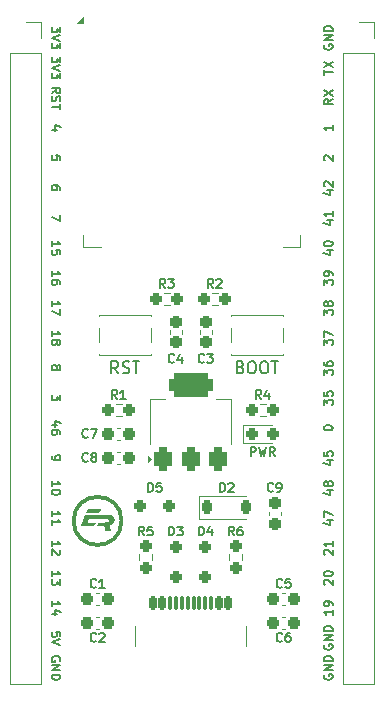
<source format=gto>
G04 #@! TF.GenerationSoftware,KiCad,Pcbnew,8.0.3*
G04 #@! TF.CreationDate,2024-06-29T14:25:19-04:00*
G04 #@! TF.ProjectId,ESP32-S3-DevBoard,45535033-322d-4533-932d-446576426f61,rev?*
G04 #@! TF.SameCoordinates,Original*
G04 #@! TF.FileFunction,Legend,Top*
G04 #@! TF.FilePolarity,Positive*
%FSLAX46Y46*%
G04 Gerber Fmt 4.6, Leading zero omitted, Abs format (unit mm)*
G04 Created by KiCad (PCBNEW 8.0.3) date 2024-06-29 14:25:19*
%MOMM*%
%LPD*%
G01*
G04 APERTURE LIST*
G04 Aperture macros list*
%AMRoundRect*
0 Rectangle with rounded corners*
0 $1 Rounding radius*
0 $2 $3 $4 $5 $6 $7 $8 $9 X,Y pos of 4 corners*
0 Add a 4 corners polygon primitive as box body*
4,1,4,$2,$3,$4,$5,$6,$7,$8,$9,$2,$3,0*
0 Add four circle primitives for the rounded corners*
1,1,$1+$1,$2,$3*
1,1,$1+$1,$4,$5*
1,1,$1+$1,$6,$7*
1,1,$1+$1,$8,$9*
0 Add four rect primitives between the rounded corners*
20,1,$1+$1,$2,$3,$4,$5,0*
20,1,$1+$1,$4,$5,$6,$7,0*
20,1,$1+$1,$6,$7,$8,$9,0*
20,1,$1+$1,$8,$9,$2,$3,0*%
G04 Aperture macros list end*
%ADD10C,0.300000*%
%ADD11C,0.150000*%
%ADD12C,0.200000*%
%ADD13C,0.120000*%
%ADD14C,0.000000*%
%ADD15RoundRect,0.237500X-0.250000X-0.237500X0.250000X-0.237500X0.250000X0.237500X-0.250000X0.237500X0*%
%ADD16R,1.050000X0.650000*%
%ADD17RoundRect,0.375000X0.375000X-0.625000X0.375000X0.625000X-0.375000X0.625000X-0.375000X-0.625000X0*%
%ADD18RoundRect,0.500000X1.400000X-0.500000X1.400000X0.500000X-1.400000X0.500000X-1.400000X-0.500000X0*%
%ADD19RoundRect,0.237500X0.300000X0.237500X-0.300000X0.237500X-0.300000X-0.237500X0.300000X-0.237500X0*%
%ADD20RoundRect,0.237500X0.237500X-0.250000X0.237500X0.250000X-0.237500X0.250000X-0.237500X-0.250000X0*%
%ADD21R,1.500000X0.900000*%
%ADD22R,0.900000X1.500000*%
%ADD23C,0.600000*%
%ADD24R,3.900000X3.900000*%
%ADD25RoundRect,0.237500X-0.300000X-0.237500X0.300000X-0.237500X0.300000X0.237500X-0.300000X0.237500X0*%
%ADD26R,1.700000X1.700000*%
%ADD27O,1.700000X1.700000*%
%ADD28RoundRect,0.237500X-0.237500X0.300000X-0.237500X-0.300000X0.237500X-0.300000X0.237500X0.300000X0*%
%ADD29RoundRect,0.237500X0.250000X0.237500X-0.250000X0.237500X-0.250000X-0.237500X0.250000X-0.237500X0*%
%ADD30RoundRect,0.237500X-0.237500X0.250000X-0.237500X-0.250000X0.237500X-0.250000X0.237500X0.250000X0*%
%ADD31C,0.650000*%
%ADD32RoundRect,0.151100X-0.151100X-0.414300X0.151100X-0.414300X0.151100X0.414300X-0.151100X0.414300X0*%
%ADD33RoundRect,0.150000X-0.150000X-0.425000X0.150000X-0.425000X0.150000X0.425000X-0.150000X0.425000X0*%
%ADD34RoundRect,0.075000X-0.075000X-0.500000X0.075000X-0.500000X0.075000X0.500000X-0.075000X0.500000X0*%
%ADD35RoundRect,0.151300X-0.151300X-0.414100X0.151300X-0.414100X0.151300X0.414100X-0.151300X0.414100X0*%
%ADD36O,1.000000X2.100000*%
%ADD37O,1.000000X1.800000*%
%ADD38RoundRect,0.250000X0.250000X0.250000X-0.250000X0.250000X-0.250000X-0.250000X0.250000X-0.250000X0*%
%ADD39RoundRect,0.250000X0.250000X-0.250000X0.250000X0.250000X-0.250000X0.250000X-0.250000X-0.250000X0*%
%ADD40RoundRect,0.237500X-0.287500X-0.237500X0.287500X-0.237500X0.287500X0.237500X-0.287500X0.237500X0*%
%ADD41RoundRect,0.250000X-0.250000X0.250000X-0.250000X-0.250000X0.250000X-0.250000X0.250000X0.250000X0*%
%ADD42RoundRect,0.225000X-0.225000X-0.375000X0.225000X-0.375000X0.225000X0.375000X-0.225000X0.375000X0*%
G04 APERTURE END LIST*
D10*
X184658000Y-95758000D02*
G75*
G02*
X180594000Y-95758000I-2032000J0D01*
G01*
X180594000Y-95758000D02*
G75*
G02*
X184658000Y-95758000I2032000J0D01*
G01*
D11*
X195596000Y-90255164D02*
X195596000Y-89505164D01*
X195596000Y-89505164D02*
X195881714Y-89505164D01*
X195881714Y-89505164D02*
X195953143Y-89540878D01*
X195953143Y-89540878D02*
X195988857Y-89576592D01*
X195988857Y-89576592D02*
X196024571Y-89648021D01*
X196024571Y-89648021D02*
X196024571Y-89755164D01*
X196024571Y-89755164D02*
X195988857Y-89826592D01*
X195988857Y-89826592D02*
X195953143Y-89862307D01*
X195953143Y-89862307D02*
X195881714Y-89898021D01*
X195881714Y-89898021D02*
X195596000Y-89898021D01*
X196274571Y-89505164D02*
X196453143Y-90255164D01*
X196453143Y-90255164D02*
X196596000Y-89719450D01*
X196596000Y-89719450D02*
X196738857Y-90255164D01*
X196738857Y-90255164D02*
X196917429Y-89505164D01*
X197631714Y-90255164D02*
X197381714Y-89898021D01*
X197203143Y-90255164D02*
X197203143Y-89505164D01*
X197203143Y-89505164D02*
X197488857Y-89505164D01*
X197488857Y-89505164D02*
X197560286Y-89540878D01*
X197560286Y-89540878D02*
X197596000Y-89576592D01*
X197596000Y-89576592D02*
X197631714Y-89648021D01*
X197631714Y-89648021D02*
X197631714Y-89755164D01*
X197631714Y-89755164D02*
X197596000Y-89826592D01*
X197596000Y-89826592D02*
X197560286Y-89862307D01*
X197560286Y-89862307D02*
X197488857Y-89898021D01*
X197488857Y-89898021D02*
X197203143Y-89898021D01*
X179445121Y-107632571D02*
X179480835Y-107561143D01*
X179480835Y-107561143D02*
X179480835Y-107454000D01*
X179480835Y-107454000D02*
X179445121Y-107346857D01*
X179445121Y-107346857D02*
X179373692Y-107275428D01*
X179373692Y-107275428D02*
X179302264Y-107239714D01*
X179302264Y-107239714D02*
X179159407Y-107204000D01*
X179159407Y-107204000D02*
X179052264Y-107204000D01*
X179052264Y-107204000D02*
X178909407Y-107239714D01*
X178909407Y-107239714D02*
X178837978Y-107275428D01*
X178837978Y-107275428D02*
X178766550Y-107346857D01*
X178766550Y-107346857D02*
X178730835Y-107454000D01*
X178730835Y-107454000D02*
X178730835Y-107525428D01*
X178730835Y-107525428D02*
X178766550Y-107632571D01*
X178766550Y-107632571D02*
X178802264Y-107668285D01*
X178802264Y-107668285D02*
X179052264Y-107668285D01*
X179052264Y-107668285D02*
X179052264Y-107525428D01*
X178730835Y-107989714D02*
X179480835Y-107989714D01*
X179480835Y-107989714D02*
X178730835Y-108418285D01*
X178730835Y-108418285D02*
X179480835Y-108418285D01*
X178730835Y-108775428D02*
X179480835Y-108775428D01*
X179480835Y-108775428D02*
X179480835Y-108953999D01*
X179480835Y-108953999D02*
X179445121Y-109061142D01*
X179445121Y-109061142D02*
X179373692Y-109132571D01*
X179373692Y-109132571D02*
X179302264Y-109168285D01*
X179302264Y-109168285D02*
X179159407Y-109203999D01*
X179159407Y-109203999D02*
X179052264Y-109203999D01*
X179052264Y-109203999D02*
X178909407Y-109168285D01*
X178909407Y-109168285D02*
X178837978Y-109132571D01*
X178837978Y-109132571D02*
X178766550Y-109061142D01*
X178766550Y-109061142D02*
X178730835Y-108953999D01*
X178730835Y-108953999D02*
X178730835Y-108775428D01*
X179230835Y-62626857D02*
X178730835Y-62626857D01*
X179516550Y-62448285D02*
X178980835Y-62269714D01*
X178980835Y-62269714D02*
X178980835Y-62733999D01*
X202023164Y-72858286D02*
X202523164Y-72858286D01*
X201737450Y-73036857D02*
X202273164Y-73215428D01*
X202273164Y-73215428D02*
X202273164Y-72751143D01*
X201773164Y-72322571D02*
X201773164Y-72251142D01*
X201773164Y-72251142D02*
X201808878Y-72179714D01*
X201808878Y-72179714D02*
X201844592Y-72144000D01*
X201844592Y-72144000D02*
X201916021Y-72108285D01*
X201916021Y-72108285D02*
X202058878Y-72072571D01*
X202058878Y-72072571D02*
X202237450Y-72072571D01*
X202237450Y-72072571D02*
X202380307Y-72108285D01*
X202380307Y-72108285D02*
X202451735Y-72144000D01*
X202451735Y-72144000D02*
X202487450Y-72179714D01*
X202487450Y-72179714D02*
X202523164Y-72251142D01*
X202523164Y-72251142D02*
X202523164Y-72322571D01*
X202523164Y-72322571D02*
X202487450Y-72394000D01*
X202487450Y-72394000D02*
X202451735Y-72429714D01*
X202451735Y-72429714D02*
X202380307Y-72465428D01*
X202380307Y-72465428D02*
X202237450Y-72501142D01*
X202237450Y-72501142D02*
X202058878Y-72501142D01*
X202058878Y-72501142D02*
X201916021Y-72465428D01*
X201916021Y-72465428D02*
X201844592Y-72429714D01*
X201844592Y-72429714D02*
X201808878Y-72394000D01*
X201808878Y-72394000D02*
X201773164Y-72322571D01*
X178730835Y-95361142D02*
X178730835Y-94932571D01*
X178730835Y-95146856D02*
X179480835Y-95146856D01*
X179480835Y-95146856D02*
X179373692Y-95075428D01*
X179373692Y-95075428D02*
X179302264Y-95003999D01*
X179302264Y-95003999D02*
X179266550Y-94932571D01*
X178730835Y-96075428D02*
X178730835Y-95646857D01*
X178730835Y-95861142D02*
X179480835Y-95861142D01*
X179480835Y-95861142D02*
X179373692Y-95789714D01*
X179373692Y-95789714D02*
X179302264Y-95718285D01*
X179302264Y-95718285D02*
X179266550Y-95646857D01*
X202023164Y-67778286D02*
X202523164Y-67778286D01*
X201737450Y-67956857D02*
X202273164Y-68135428D01*
X202273164Y-68135428D02*
X202273164Y-67671143D01*
X201844592Y-67421142D02*
X201808878Y-67385428D01*
X201808878Y-67385428D02*
X201773164Y-67314000D01*
X201773164Y-67314000D02*
X201773164Y-67135428D01*
X201773164Y-67135428D02*
X201808878Y-67064000D01*
X201808878Y-67064000D02*
X201844592Y-67028285D01*
X201844592Y-67028285D02*
X201916021Y-66992571D01*
X201916021Y-66992571D02*
X201987450Y-66992571D01*
X201987450Y-66992571D02*
X202094592Y-67028285D01*
X202094592Y-67028285D02*
X202523164Y-67456857D01*
X202523164Y-67456857D02*
X202523164Y-66992571D01*
X202523164Y-60069000D02*
X202166021Y-60319000D01*
X202523164Y-60497571D02*
X201773164Y-60497571D01*
X201773164Y-60497571D02*
X201773164Y-60211857D01*
X201773164Y-60211857D02*
X201808878Y-60140428D01*
X201808878Y-60140428D02*
X201844592Y-60104714D01*
X201844592Y-60104714D02*
X201916021Y-60069000D01*
X201916021Y-60069000D02*
X202023164Y-60069000D01*
X202023164Y-60069000D02*
X202094592Y-60104714D01*
X202094592Y-60104714D02*
X202130307Y-60140428D01*
X202130307Y-60140428D02*
X202166021Y-60211857D01*
X202166021Y-60211857D02*
X202166021Y-60497571D01*
X201773164Y-59819000D02*
X202523164Y-59319000D01*
X201773164Y-59319000D02*
X202523164Y-59819000D01*
X202023164Y-95718286D02*
X202523164Y-95718286D01*
X201737450Y-95896857D02*
X202273164Y-96075428D01*
X202273164Y-96075428D02*
X202273164Y-95611143D01*
X201773164Y-95396857D02*
X201773164Y-94896857D01*
X201773164Y-94896857D02*
X202523164Y-95218285D01*
D12*
X194730857Y-82732409D02*
X194873714Y-82780028D01*
X194873714Y-82780028D02*
X194921333Y-82827647D01*
X194921333Y-82827647D02*
X194968952Y-82922885D01*
X194968952Y-82922885D02*
X194968952Y-83065742D01*
X194968952Y-83065742D02*
X194921333Y-83160980D01*
X194921333Y-83160980D02*
X194873714Y-83208600D01*
X194873714Y-83208600D02*
X194778476Y-83256219D01*
X194778476Y-83256219D02*
X194397524Y-83256219D01*
X194397524Y-83256219D02*
X194397524Y-82256219D01*
X194397524Y-82256219D02*
X194730857Y-82256219D01*
X194730857Y-82256219D02*
X194826095Y-82303838D01*
X194826095Y-82303838D02*
X194873714Y-82351457D01*
X194873714Y-82351457D02*
X194921333Y-82446695D01*
X194921333Y-82446695D02*
X194921333Y-82541933D01*
X194921333Y-82541933D02*
X194873714Y-82637171D01*
X194873714Y-82637171D02*
X194826095Y-82684790D01*
X194826095Y-82684790D02*
X194730857Y-82732409D01*
X194730857Y-82732409D02*
X194397524Y-82732409D01*
X195588000Y-82256219D02*
X195778476Y-82256219D01*
X195778476Y-82256219D02*
X195873714Y-82303838D01*
X195873714Y-82303838D02*
X195968952Y-82399076D01*
X195968952Y-82399076D02*
X196016571Y-82589552D01*
X196016571Y-82589552D02*
X196016571Y-82922885D01*
X196016571Y-82922885D02*
X195968952Y-83113361D01*
X195968952Y-83113361D02*
X195873714Y-83208600D01*
X195873714Y-83208600D02*
X195778476Y-83256219D01*
X195778476Y-83256219D02*
X195588000Y-83256219D01*
X195588000Y-83256219D02*
X195492762Y-83208600D01*
X195492762Y-83208600D02*
X195397524Y-83113361D01*
X195397524Y-83113361D02*
X195349905Y-82922885D01*
X195349905Y-82922885D02*
X195349905Y-82589552D01*
X195349905Y-82589552D02*
X195397524Y-82399076D01*
X195397524Y-82399076D02*
X195492762Y-82303838D01*
X195492762Y-82303838D02*
X195588000Y-82256219D01*
X196635619Y-82256219D02*
X196826095Y-82256219D01*
X196826095Y-82256219D02*
X196921333Y-82303838D01*
X196921333Y-82303838D02*
X197016571Y-82399076D01*
X197016571Y-82399076D02*
X197064190Y-82589552D01*
X197064190Y-82589552D02*
X197064190Y-82922885D01*
X197064190Y-82922885D02*
X197016571Y-83113361D01*
X197016571Y-83113361D02*
X196921333Y-83208600D01*
X196921333Y-83208600D02*
X196826095Y-83256219D01*
X196826095Y-83256219D02*
X196635619Y-83256219D01*
X196635619Y-83256219D02*
X196540381Y-83208600D01*
X196540381Y-83208600D02*
X196445143Y-83113361D01*
X196445143Y-83113361D02*
X196397524Y-82922885D01*
X196397524Y-82922885D02*
X196397524Y-82589552D01*
X196397524Y-82589552D02*
X196445143Y-82399076D01*
X196445143Y-82399076D02*
X196540381Y-82303838D01*
X196540381Y-82303838D02*
X196635619Y-82256219D01*
X197349905Y-82256219D02*
X197921333Y-82256219D01*
X197635619Y-83256219D02*
X197635619Y-82256219D01*
X184364380Y-83256219D02*
X184031047Y-82780028D01*
X183792952Y-83256219D02*
X183792952Y-82256219D01*
X183792952Y-82256219D02*
X184173904Y-82256219D01*
X184173904Y-82256219D02*
X184269142Y-82303838D01*
X184269142Y-82303838D02*
X184316761Y-82351457D01*
X184316761Y-82351457D02*
X184364380Y-82446695D01*
X184364380Y-82446695D02*
X184364380Y-82589552D01*
X184364380Y-82589552D02*
X184316761Y-82684790D01*
X184316761Y-82684790D02*
X184269142Y-82732409D01*
X184269142Y-82732409D02*
X184173904Y-82780028D01*
X184173904Y-82780028D02*
X183792952Y-82780028D01*
X184745333Y-83208600D02*
X184888190Y-83256219D01*
X184888190Y-83256219D02*
X185126285Y-83256219D01*
X185126285Y-83256219D02*
X185221523Y-83208600D01*
X185221523Y-83208600D02*
X185269142Y-83160980D01*
X185269142Y-83160980D02*
X185316761Y-83065742D01*
X185316761Y-83065742D02*
X185316761Y-82970504D01*
X185316761Y-82970504D02*
X185269142Y-82875266D01*
X185269142Y-82875266D02*
X185221523Y-82827647D01*
X185221523Y-82827647D02*
X185126285Y-82780028D01*
X185126285Y-82780028D02*
X184935809Y-82732409D01*
X184935809Y-82732409D02*
X184840571Y-82684790D01*
X184840571Y-82684790D02*
X184792952Y-82637171D01*
X184792952Y-82637171D02*
X184745333Y-82541933D01*
X184745333Y-82541933D02*
X184745333Y-82446695D01*
X184745333Y-82446695D02*
X184792952Y-82351457D01*
X184792952Y-82351457D02*
X184840571Y-82303838D01*
X184840571Y-82303838D02*
X184935809Y-82256219D01*
X184935809Y-82256219D02*
X185173904Y-82256219D01*
X185173904Y-82256219D02*
X185316761Y-82303838D01*
X185602476Y-82256219D02*
X186173904Y-82256219D01*
X185888190Y-83256219D02*
X185888190Y-82256219D01*
D11*
X179480835Y-53935428D02*
X179480835Y-54399714D01*
X179480835Y-54399714D02*
X179195121Y-54149714D01*
X179195121Y-54149714D02*
X179195121Y-54256857D01*
X179195121Y-54256857D02*
X179159407Y-54328286D01*
X179159407Y-54328286D02*
X179123692Y-54364000D01*
X179123692Y-54364000D02*
X179052264Y-54399714D01*
X179052264Y-54399714D02*
X178873692Y-54399714D01*
X178873692Y-54399714D02*
X178802264Y-54364000D01*
X178802264Y-54364000D02*
X178766550Y-54328286D01*
X178766550Y-54328286D02*
X178730835Y-54256857D01*
X178730835Y-54256857D02*
X178730835Y-54042571D01*
X178730835Y-54042571D02*
X178766550Y-53971143D01*
X178766550Y-53971143D02*
X178802264Y-53935428D01*
X179480835Y-54614000D02*
X178730835Y-54864000D01*
X178730835Y-54864000D02*
X179480835Y-55114000D01*
X179480835Y-55292571D02*
X179480835Y-55756857D01*
X179480835Y-55756857D02*
X179195121Y-55506857D01*
X179195121Y-55506857D02*
X179195121Y-55614000D01*
X179195121Y-55614000D02*
X179159407Y-55685429D01*
X179159407Y-55685429D02*
X179123692Y-55721143D01*
X179123692Y-55721143D02*
X179052264Y-55756857D01*
X179052264Y-55756857D02*
X178873692Y-55756857D01*
X178873692Y-55756857D02*
X178802264Y-55721143D01*
X178802264Y-55721143D02*
X178766550Y-55685429D01*
X178766550Y-55685429D02*
X178730835Y-55614000D01*
X178730835Y-55614000D02*
X178730835Y-55399714D01*
X178730835Y-55399714D02*
X178766550Y-55328286D01*
X178766550Y-55328286D02*
X178802264Y-55292571D01*
X201773164Y-78331143D02*
X201773164Y-77866857D01*
X201773164Y-77866857D02*
X202058878Y-78116857D01*
X202058878Y-78116857D02*
X202058878Y-78009714D01*
X202058878Y-78009714D02*
X202094592Y-77938286D01*
X202094592Y-77938286D02*
X202130307Y-77902571D01*
X202130307Y-77902571D02*
X202201735Y-77866857D01*
X202201735Y-77866857D02*
X202380307Y-77866857D01*
X202380307Y-77866857D02*
X202451735Y-77902571D01*
X202451735Y-77902571D02*
X202487450Y-77938286D01*
X202487450Y-77938286D02*
X202523164Y-78009714D01*
X202523164Y-78009714D02*
X202523164Y-78224000D01*
X202523164Y-78224000D02*
X202487450Y-78295428D01*
X202487450Y-78295428D02*
X202451735Y-78331143D01*
X202094592Y-77438285D02*
X202058878Y-77509714D01*
X202058878Y-77509714D02*
X202023164Y-77545428D01*
X202023164Y-77545428D02*
X201951735Y-77581142D01*
X201951735Y-77581142D02*
X201916021Y-77581142D01*
X201916021Y-77581142D02*
X201844592Y-77545428D01*
X201844592Y-77545428D02*
X201808878Y-77509714D01*
X201808878Y-77509714D02*
X201773164Y-77438285D01*
X201773164Y-77438285D02*
X201773164Y-77295428D01*
X201773164Y-77295428D02*
X201808878Y-77224000D01*
X201808878Y-77224000D02*
X201844592Y-77188285D01*
X201844592Y-77188285D02*
X201916021Y-77152571D01*
X201916021Y-77152571D02*
X201951735Y-77152571D01*
X201951735Y-77152571D02*
X202023164Y-77188285D01*
X202023164Y-77188285D02*
X202058878Y-77224000D01*
X202058878Y-77224000D02*
X202094592Y-77295428D01*
X202094592Y-77295428D02*
X202094592Y-77438285D01*
X202094592Y-77438285D02*
X202130307Y-77509714D01*
X202130307Y-77509714D02*
X202166021Y-77545428D01*
X202166021Y-77545428D02*
X202237450Y-77581142D01*
X202237450Y-77581142D02*
X202380307Y-77581142D01*
X202380307Y-77581142D02*
X202451735Y-77545428D01*
X202451735Y-77545428D02*
X202487450Y-77509714D01*
X202487450Y-77509714D02*
X202523164Y-77438285D01*
X202523164Y-77438285D02*
X202523164Y-77295428D01*
X202523164Y-77295428D02*
X202487450Y-77224000D01*
X202487450Y-77224000D02*
X202451735Y-77188285D01*
X202451735Y-77188285D02*
X202380307Y-77152571D01*
X202380307Y-77152571D02*
X202237450Y-77152571D01*
X202237450Y-77152571D02*
X202166021Y-77188285D01*
X202166021Y-77188285D02*
X202130307Y-77224000D01*
X202130307Y-77224000D02*
X202094592Y-77295428D01*
X178730835Y-92821142D02*
X178730835Y-92392571D01*
X178730835Y-92606856D02*
X179480835Y-92606856D01*
X179480835Y-92606856D02*
X179373692Y-92535428D01*
X179373692Y-92535428D02*
X179302264Y-92463999D01*
X179302264Y-92463999D02*
X179266550Y-92392571D01*
X179480835Y-93285428D02*
X179480835Y-93356857D01*
X179480835Y-93356857D02*
X179445121Y-93428285D01*
X179445121Y-93428285D02*
X179409407Y-93464000D01*
X179409407Y-93464000D02*
X179337978Y-93499714D01*
X179337978Y-93499714D02*
X179195121Y-93535428D01*
X179195121Y-93535428D02*
X179016550Y-93535428D01*
X179016550Y-93535428D02*
X178873692Y-93499714D01*
X178873692Y-93499714D02*
X178802264Y-93464000D01*
X178802264Y-93464000D02*
X178766550Y-93428285D01*
X178766550Y-93428285D02*
X178730835Y-93356857D01*
X178730835Y-93356857D02*
X178730835Y-93285428D01*
X178730835Y-93285428D02*
X178766550Y-93214000D01*
X178766550Y-93214000D02*
X178802264Y-93178285D01*
X178802264Y-93178285D02*
X178873692Y-93142571D01*
X178873692Y-93142571D02*
X179016550Y-93106857D01*
X179016550Y-93106857D02*
X179195121Y-93106857D01*
X179195121Y-93106857D02*
X179337978Y-93142571D01*
X179337978Y-93142571D02*
X179409407Y-93178285D01*
X179409407Y-93178285D02*
X179445121Y-93214000D01*
X179445121Y-93214000D02*
X179480835Y-93285428D01*
X179480835Y-105521143D02*
X179480835Y-105164000D01*
X179480835Y-105164000D02*
X179123692Y-105128286D01*
X179123692Y-105128286D02*
X179159407Y-105164000D01*
X179159407Y-105164000D02*
X179195121Y-105235429D01*
X179195121Y-105235429D02*
X179195121Y-105414000D01*
X179195121Y-105414000D02*
X179159407Y-105485429D01*
X179159407Y-105485429D02*
X179123692Y-105521143D01*
X179123692Y-105521143D02*
X179052264Y-105556857D01*
X179052264Y-105556857D02*
X178873692Y-105556857D01*
X178873692Y-105556857D02*
X178802264Y-105521143D01*
X178802264Y-105521143D02*
X178766550Y-105485429D01*
X178766550Y-105485429D02*
X178730835Y-105414000D01*
X178730835Y-105414000D02*
X178730835Y-105235429D01*
X178730835Y-105235429D02*
X178766550Y-105164000D01*
X178766550Y-105164000D02*
X178802264Y-105128286D01*
X179480835Y-105771143D02*
X178730835Y-106021143D01*
X178730835Y-106021143D02*
X179480835Y-106271143D01*
X201773164Y-87919714D02*
X201773164Y-87848285D01*
X201773164Y-87848285D02*
X201808878Y-87776857D01*
X201808878Y-87776857D02*
X201844592Y-87741143D01*
X201844592Y-87741143D02*
X201916021Y-87705428D01*
X201916021Y-87705428D02*
X202058878Y-87669714D01*
X202058878Y-87669714D02*
X202237450Y-87669714D01*
X202237450Y-87669714D02*
X202380307Y-87705428D01*
X202380307Y-87705428D02*
X202451735Y-87741143D01*
X202451735Y-87741143D02*
X202487450Y-87776857D01*
X202487450Y-87776857D02*
X202523164Y-87848285D01*
X202523164Y-87848285D02*
X202523164Y-87919714D01*
X202523164Y-87919714D02*
X202487450Y-87991143D01*
X202487450Y-87991143D02*
X202451735Y-88026857D01*
X202451735Y-88026857D02*
X202380307Y-88062571D01*
X202380307Y-88062571D02*
X202237450Y-88098285D01*
X202237450Y-88098285D02*
X202058878Y-88098285D01*
X202058878Y-88098285D02*
X201916021Y-88062571D01*
X201916021Y-88062571D02*
X201844592Y-88026857D01*
X201844592Y-88026857D02*
X201808878Y-87991143D01*
X201808878Y-87991143D02*
X201773164Y-87919714D01*
X201808878Y-106235428D02*
X201773164Y-106306857D01*
X201773164Y-106306857D02*
X201773164Y-106413999D01*
X201773164Y-106413999D02*
X201808878Y-106521142D01*
X201808878Y-106521142D02*
X201880307Y-106592571D01*
X201880307Y-106592571D02*
X201951735Y-106628285D01*
X201951735Y-106628285D02*
X202094592Y-106663999D01*
X202094592Y-106663999D02*
X202201735Y-106663999D01*
X202201735Y-106663999D02*
X202344592Y-106628285D01*
X202344592Y-106628285D02*
X202416021Y-106592571D01*
X202416021Y-106592571D02*
X202487450Y-106521142D01*
X202487450Y-106521142D02*
X202523164Y-106413999D01*
X202523164Y-106413999D02*
X202523164Y-106342571D01*
X202523164Y-106342571D02*
X202487450Y-106235428D01*
X202487450Y-106235428D02*
X202451735Y-106199714D01*
X202451735Y-106199714D02*
X202201735Y-106199714D01*
X202201735Y-106199714D02*
X202201735Y-106342571D01*
X202523164Y-105878285D02*
X201773164Y-105878285D01*
X201773164Y-105878285D02*
X202523164Y-105449714D01*
X202523164Y-105449714D02*
X201773164Y-105449714D01*
X202523164Y-105092571D02*
X201773164Y-105092571D01*
X201773164Y-105092571D02*
X201773164Y-104914000D01*
X201773164Y-104914000D02*
X201808878Y-104806857D01*
X201808878Y-104806857D02*
X201880307Y-104735428D01*
X201880307Y-104735428D02*
X201951735Y-104699714D01*
X201951735Y-104699714D02*
X202094592Y-104664000D01*
X202094592Y-104664000D02*
X202201735Y-104664000D01*
X202201735Y-104664000D02*
X202344592Y-104699714D01*
X202344592Y-104699714D02*
X202416021Y-104735428D01*
X202416021Y-104735428D02*
X202487450Y-104806857D01*
X202487450Y-104806857D02*
X202523164Y-104914000D01*
X202523164Y-104914000D02*
X202523164Y-105092571D01*
X178730835Y-90281142D02*
X178730835Y-90423999D01*
X178730835Y-90423999D02*
X178766550Y-90495428D01*
X178766550Y-90495428D02*
X178802264Y-90531142D01*
X178802264Y-90531142D02*
X178909407Y-90602571D01*
X178909407Y-90602571D02*
X179052264Y-90638285D01*
X179052264Y-90638285D02*
X179337978Y-90638285D01*
X179337978Y-90638285D02*
X179409407Y-90602571D01*
X179409407Y-90602571D02*
X179445121Y-90566857D01*
X179445121Y-90566857D02*
X179480835Y-90495428D01*
X179480835Y-90495428D02*
X179480835Y-90352571D01*
X179480835Y-90352571D02*
X179445121Y-90281142D01*
X179445121Y-90281142D02*
X179409407Y-90245428D01*
X179409407Y-90245428D02*
X179337978Y-90209714D01*
X179337978Y-90209714D02*
X179159407Y-90209714D01*
X179159407Y-90209714D02*
X179087978Y-90245428D01*
X179087978Y-90245428D02*
X179052264Y-90281142D01*
X179052264Y-90281142D02*
X179016550Y-90352571D01*
X179016550Y-90352571D02*
X179016550Y-90495428D01*
X179016550Y-90495428D02*
X179052264Y-90566857D01*
X179052264Y-90566857D02*
X179087978Y-90602571D01*
X179087978Y-90602571D02*
X179159407Y-90638285D01*
X202523164Y-62269714D02*
X202523164Y-62698285D01*
X202523164Y-62484000D02*
X201773164Y-62484000D01*
X201773164Y-62484000D02*
X201880307Y-62555428D01*
X201880307Y-62555428D02*
X201951735Y-62626857D01*
X201951735Y-62626857D02*
X201987450Y-62698285D01*
X178730835Y-77581142D02*
X178730835Y-77152571D01*
X178730835Y-77366856D02*
X179480835Y-77366856D01*
X179480835Y-77366856D02*
X179373692Y-77295428D01*
X179373692Y-77295428D02*
X179302264Y-77223999D01*
X179302264Y-77223999D02*
X179266550Y-77152571D01*
X179480835Y-77831142D02*
X179480835Y-78331142D01*
X179480835Y-78331142D02*
X178730835Y-78009714D01*
X201773164Y-80871143D02*
X201773164Y-80406857D01*
X201773164Y-80406857D02*
X202058878Y-80656857D01*
X202058878Y-80656857D02*
X202058878Y-80549714D01*
X202058878Y-80549714D02*
X202094592Y-80478286D01*
X202094592Y-80478286D02*
X202130307Y-80442571D01*
X202130307Y-80442571D02*
X202201735Y-80406857D01*
X202201735Y-80406857D02*
X202380307Y-80406857D01*
X202380307Y-80406857D02*
X202451735Y-80442571D01*
X202451735Y-80442571D02*
X202487450Y-80478286D01*
X202487450Y-80478286D02*
X202523164Y-80549714D01*
X202523164Y-80549714D02*
X202523164Y-80764000D01*
X202523164Y-80764000D02*
X202487450Y-80835428D01*
X202487450Y-80835428D02*
X202451735Y-80871143D01*
X201773164Y-80156857D02*
X201773164Y-79656857D01*
X201773164Y-79656857D02*
X202523164Y-79978285D01*
X179159407Y-82732571D02*
X179195121Y-82661142D01*
X179195121Y-82661142D02*
X179230835Y-82625428D01*
X179230835Y-82625428D02*
X179302264Y-82589714D01*
X179302264Y-82589714D02*
X179337978Y-82589714D01*
X179337978Y-82589714D02*
X179409407Y-82625428D01*
X179409407Y-82625428D02*
X179445121Y-82661142D01*
X179445121Y-82661142D02*
X179480835Y-82732571D01*
X179480835Y-82732571D02*
X179480835Y-82875428D01*
X179480835Y-82875428D02*
X179445121Y-82946857D01*
X179445121Y-82946857D02*
X179409407Y-82982571D01*
X179409407Y-82982571D02*
X179337978Y-83018285D01*
X179337978Y-83018285D02*
X179302264Y-83018285D01*
X179302264Y-83018285D02*
X179230835Y-82982571D01*
X179230835Y-82982571D02*
X179195121Y-82946857D01*
X179195121Y-82946857D02*
X179159407Y-82875428D01*
X179159407Y-82875428D02*
X179159407Y-82732571D01*
X179159407Y-82732571D02*
X179123692Y-82661142D01*
X179123692Y-82661142D02*
X179087978Y-82625428D01*
X179087978Y-82625428D02*
X179016550Y-82589714D01*
X179016550Y-82589714D02*
X178873692Y-82589714D01*
X178873692Y-82589714D02*
X178802264Y-82625428D01*
X178802264Y-82625428D02*
X178766550Y-82661142D01*
X178766550Y-82661142D02*
X178730835Y-82732571D01*
X178730835Y-82732571D02*
X178730835Y-82875428D01*
X178730835Y-82875428D02*
X178766550Y-82946857D01*
X178766550Y-82946857D02*
X178802264Y-82982571D01*
X178802264Y-82982571D02*
X178873692Y-83018285D01*
X178873692Y-83018285D02*
X179016550Y-83018285D01*
X179016550Y-83018285D02*
X179087978Y-82982571D01*
X179087978Y-82982571D02*
X179123692Y-82946857D01*
X179123692Y-82946857D02*
X179159407Y-82875428D01*
X201844592Y-101155428D02*
X201808878Y-101119714D01*
X201808878Y-101119714D02*
X201773164Y-101048286D01*
X201773164Y-101048286D02*
X201773164Y-100869714D01*
X201773164Y-100869714D02*
X201808878Y-100798286D01*
X201808878Y-100798286D02*
X201844592Y-100762571D01*
X201844592Y-100762571D02*
X201916021Y-100726857D01*
X201916021Y-100726857D02*
X201987450Y-100726857D01*
X201987450Y-100726857D02*
X202094592Y-100762571D01*
X202094592Y-100762571D02*
X202523164Y-101191143D01*
X202523164Y-101191143D02*
X202523164Y-100726857D01*
X201773164Y-100262571D02*
X201773164Y-100191142D01*
X201773164Y-100191142D02*
X201808878Y-100119714D01*
X201808878Y-100119714D02*
X201844592Y-100084000D01*
X201844592Y-100084000D02*
X201916021Y-100048285D01*
X201916021Y-100048285D02*
X202058878Y-100012571D01*
X202058878Y-100012571D02*
X202237450Y-100012571D01*
X202237450Y-100012571D02*
X202380307Y-100048285D01*
X202380307Y-100048285D02*
X202451735Y-100084000D01*
X202451735Y-100084000D02*
X202487450Y-100119714D01*
X202487450Y-100119714D02*
X202523164Y-100191142D01*
X202523164Y-100191142D02*
X202523164Y-100262571D01*
X202523164Y-100262571D02*
X202487450Y-100334000D01*
X202487450Y-100334000D02*
X202451735Y-100369714D01*
X202451735Y-100369714D02*
X202380307Y-100405428D01*
X202380307Y-100405428D02*
X202237450Y-100441142D01*
X202237450Y-100441142D02*
X202058878Y-100441142D01*
X202058878Y-100441142D02*
X201916021Y-100405428D01*
X201916021Y-100405428D02*
X201844592Y-100369714D01*
X201844592Y-100369714D02*
X201808878Y-100334000D01*
X201808878Y-100334000D02*
X201773164Y-100262571D01*
X201808878Y-55435428D02*
X201773164Y-55506857D01*
X201773164Y-55506857D02*
X201773164Y-55613999D01*
X201773164Y-55613999D02*
X201808878Y-55721142D01*
X201808878Y-55721142D02*
X201880307Y-55792571D01*
X201880307Y-55792571D02*
X201951735Y-55828285D01*
X201951735Y-55828285D02*
X202094592Y-55863999D01*
X202094592Y-55863999D02*
X202201735Y-55863999D01*
X202201735Y-55863999D02*
X202344592Y-55828285D01*
X202344592Y-55828285D02*
X202416021Y-55792571D01*
X202416021Y-55792571D02*
X202487450Y-55721142D01*
X202487450Y-55721142D02*
X202523164Y-55613999D01*
X202523164Y-55613999D02*
X202523164Y-55542571D01*
X202523164Y-55542571D02*
X202487450Y-55435428D01*
X202487450Y-55435428D02*
X202451735Y-55399714D01*
X202451735Y-55399714D02*
X202201735Y-55399714D01*
X202201735Y-55399714D02*
X202201735Y-55542571D01*
X202523164Y-55078285D02*
X201773164Y-55078285D01*
X201773164Y-55078285D02*
X202523164Y-54649714D01*
X202523164Y-54649714D02*
X201773164Y-54649714D01*
X202523164Y-54292571D02*
X201773164Y-54292571D01*
X201773164Y-54292571D02*
X201773164Y-54114000D01*
X201773164Y-54114000D02*
X201808878Y-54006857D01*
X201808878Y-54006857D02*
X201880307Y-53935428D01*
X201880307Y-53935428D02*
X201951735Y-53899714D01*
X201951735Y-53899714D02*
X202094592Y-53864000D01*
X202094592Y-53864000D02*
X202201735Y-53864000D01*
X202201735Y-53864000D02*
X202344592Y-53899714D01*
X202344592Y-53899714D02*
X202416021Y-53935428D01*
X202416021Y-53935428D02*
X202487450Y-54006857D01*
X202487450Y-54006857D02*
X202523164Y-54114000D01*
X202523164Y-54114000D02*
X202523164Y-54292571D01*
X201773164Y-85951143D02*
X201773164Y-85486857D01*
X201773164Y-85486857D02*
X202058878Y-85736857D01*
X202058878Y-85736857D02*
X202058878Y-85629714D01*
X202058878Y-85629714D02*
X202094592Y-85558286D01*
X202094592Y-85558286D02*
X202130307Y-85522571D01*
X202130307Y-85522571D02*
X202201735Y-85486857D01*
X202201735Y-85486857D02*
X202380307Y-85486857D01*
X202380307Y-85486857D02*
X202451735Y-85522571D01*
X202451735Y-85522571D02*
X202487450Y-85558286D01*
X202487450Y-85558286D02*
X202523164Y-85629714D01*
X202523164Y-85629714D02*
X202523164Y-85844000D01*
X202523164Y-85844000D02*
X202487450Y-85915428D01*
X202487450Y-85915428D02*
X202451735Y-85951143D01*
X201773164Y-84808285D02*
X201773164Y-85165428D01*
X201773164Y-85165428D02*
X202130307Y-85201142D01*
X202130307Y-85201142D02*
X202094592Y-85165428D01*
X202094592Y-85165428D02*
X202058878Y-85094000D01*
X202058878Y-85094000D02*
X202058878Y-84915428D01*
X202058878Y-84915428D02*
X202094592Y-84844000D01*
X202094592Y-84844000D02*
X202130307Y-84808285D01*
X202130307Y-84808285D02*
X202201735Y-84772571D01*
X202201735Y-84772571D02*
X202380307Y-84772571D01*
X202380307Y-84772571D02*
X202451735Y-84808285D01*
X202451735Y-84808285D02*
X202487450Y-84844000D01*
X202487450Y-84844000D02*
X202523164Y-84915428D01*
X202523164Y-84915428D02*
X202523164Y-85094000D01*
X202523164Y-85094000D02*
X202487450Y-85165428D01*
X202487450Y-85165428D02*
X202451735Y-85201142D01*
X201808878Y-108775428D02*
X201773164Y-108846857D01*
X201773164Y-108846857D02*
X201773164Y-108953999D01*
X201773164Y-108953999D02*
X201808878Y-109061142D01*
X201808878Y-109061142D02*
X201880307Y-109132571D01*
X201880307Y-109132571D02*
X201951735Y-109168285D01*
X201951735Y-109168285D02*
X202094592Y-109203999D01*
X202094592Y-109203999D02*
X202201735Y-109203999D01*
X202201735Y-109203999D02*
X202344592Y-109168285D01*
X202344592Y-109168285D02*
X202416021Y-109132571D01*
X202416021Y-109132571D02*
X202487450Y-109061142D01*
X202487450Y-109061142D02*
X202523164Y-108953999D01*
X202523164Y-108953999D02*
X202523164Y-108882571D01*
X202523164Y-108882571D02*
X202487450Y-108775428D01*
X202487450Y-108775428D02*
X202451735Y-108739714D01*
X202451735Y-108739714D02*
X202201735Y-108739714D01*
X202201735Y-108739714D02*
X202201735Y-108882571D01*
X202523164Y-108418285D02*
X201773164Y-108418285D01*
X201773164Y-108418285D02*
X202523164Y-107989714D01*
X202523164Y-107989714D02*
X201773164Y-107989714D01*
X202523164Y-107632571D02*
X201773164Y-107632571D01*
X201773164Y-107632571D02*
X201773164Y-107454000D01*
X201773164Y-107454000D02*
X201808878Y-107346857D01*
X201808878Y-107346857D02*
X201880307Y-107275428D01*
X201880307Y-107275428D02*
X201951735Y-107239714D01*
X201951735Y-107239714D02*
X202094592Y-107204000D01*
X202094592Y-107204000D02*
X202201735Y-107204000D01*
X202201735Y-107204000D02*
X202344592Y-107239714D01*
X202344592Y-107239714D02*
X202416021Y-107275428D01*
X202416021Y-107275428D02*
X202487450Y-107346857D01*
X202487450Y-107346857D02*
X202523164Y-107454000D01*
X202523164Y-107454000D02*
X202523164Y-107632571D01*
X178730835Y-102981142D02*
X178730835Y-102552571D01*
X178730835Y-102766856D02*
X179480835Y-102766856D01*
X179480835Y-102766856D02*
X179373692Y-102695428D01*
X179373692Y-102695428D02*
X179302264Y-102623999D01*
X179302264Y-102623999D02*
X179266550Y-102552571D01*
X179230835Y-103624000D02*
X178730835Y-103624000D01*
X179516550Y-103445428D02*
X178980835Y-103266857D01*
X178980835Y-103266857D02*
X178980835Y-103731142D01*
X179480835Y-56475428D02*
X179480835Y-56939714D01*
X179480835Y-56939714D02*
X179195121Y-56689714D01*
X179195121Y-56689714D02*
X179195121Y-56796857D01*
X179195121Y-56796857D02*
X179159407Y-56868286D01*
X179159407Y-56868286D02*
X179123692Y-56904000D01*
X179123692Y-56904000D02*
X179052264Y-56939714D01*
X179052264Y-56939714D02*
X178873692Y-56939714D01*
X178873692Y-56939714D02*
X178802264Y-56904000D01*
X178802264Y-56904000D02*
X178766550Y-56868286D01*
X178766550Y-56868286D02*
X178730835Y-56796857D01*
X178730835Y-56796857D02*
X178730835Y-56582571D01*
X178730835Y-56582571D02*
X178766550Y-56511143D01*
X178766550Y-56511143D02*
X178802264Y-56475428D01*
X179480835Y-57154000D02*
X178730835Y-57404000D01*
X178730835Y-57404000D02*
X179480835Y-57654000D01*
X179480835Y-57832571D02*
X179480835Y-58296857D01*
X179480835Y-58296857D02*
X179195121Y-58046857D01*
X179195121Y-58046857D02*
X179195121Y-58154000D01*
X179195121Y-58154000D02*
X179159407Y-58225429D01*
X179159407Y-58225429D02*
X179123692Y-58261143D01*
X179123692Y-58261143D02*
X179052264Y-58296857D01*
X179052264Y-58296857D02*
X178873692Y-58296857D01*
X178873692Y-58296857D02*
X178802264Y-58261143D01*
X178802264Y-58261143D02*
X178766550Y-58225429D01*
X178766550Y-58225429D02*
X178730835Y-58154000D01*
X178730835Y-58154000D02*
X178730835Y-57939714D01*
X178730835Y-57939714D02*
X178766550Y-57868286D01*
X178766550Y-57868286D02*
X178802264Y-57832571D01*
X178730835Y-100441142D02*
X178730835Y-100012571D01*
X178730835Y-100226856D02*
X179480835Y-100226856D01*
X179480835Y-100226856D02*
X179373692Y-100155428D01*
X179373692Y-100155428D02*
X179302264Y-100083999D01*
X179302264Y-100083999D02*
X179266550Y-100012571D01*
X179480835Y-100691142D02*
X179480835Y-101155428D01*
X179480835Y-101155428D02*
X179195121Y-100905428D01*
X179195121Y-100905428D02*
X179195121Y-101012571D01*
X179195121Y-101012571D02*
X179159407Y-101084000D01*
X179159407Y-101084000D02*
X179123692Y-101119714D01*
X179123692Y-101119714D02*
X179052264Y-101155428D01*
X179052264Y-101155428D02*
X178873692Y-101155428D01*
X178873692Y-101155428D02*
X178802264Y-101119714D01*
X178802264Y-101119714D02*
X178766550Y-101084000D01*
X178766550Y-101084000D02*
X178730835Y-101012571D01*
X178730835Y-101012571D02*
X178730835Y-100798285D01*
X178730835Y-100798285D02*
X178766550Y-100726857D01*
X178766550Y-100726857D02*
X178802264Y-100691142D01*
X201773164Y-57975428D02*
X201773164Y-57546857D01*
X202523164Y-57761142D02*
X201773164Y-57761142D01*
X201773164Y-57368285D02*
X202523164Y-56868285D01*
X201773164Y-56868285D02*
X202523164Y-57368285D01*
X202023164Y-90638286D02*
X202523164Y-90638286D01*
X201737450Y-90816857D02*
X202273164Y-90995428D01*
X202273164Y-90995428D02*
X202273164Y-90531143D01*
X201773164Y-89888285D02*
X201773164Y-90245428D01*
X201773164Y-90245428D02*
X202130307Y-90281142D01*
X202130307Y-90281142D02*
X202094592Y-90245428D01*
X202094592Y-90245428D02*
X202058878Y-90174000D01*
X202058878Y-90174000D02*
X202058878Y-89995428D01*
X202058878Y-89995428D02*
X202094592Y-89924000D01*
X202094592Y-89924000D02*
X202130307Y-89888285D01*
X202130307Y-89888285D02*
X202201735Y-89852571D01*
X202201735Y-89852571D02*
X202380307Y-89852571D01*
X202380307Y-89852571D02*
X202451735Y-89888285D01*
X202451735Y-89888285D02*
X202487450Y-89924000D01*
X202487450Y-89924000D02*
X202523164Y-89995428D01*
X202523164Y-89995428D02*
X202523164Y-90174000D01*
X202523164Y-90174000D02*
X202487450Y-90245428D01*
X202487450Y-90245428D02*
X202451735Y-90281142D01*
X202023164Y-70318286D02*
X202523164Y-70318286D01*
X201737450Y-70496857D02*
X202273164Y-70675428D01*
X202273164Y-70675428D02*
X202273164Y-70211143D01*
X202523164Y-69532571D02*
X202523164Y-69961142D01*
X202523164Y-69746857D02*
X201773164Y-69746857D01*
X201773164Y-69746857D02*
X201880307Y-69818285D01*
X201880307Y-69818285D02*
X201951735Y-69889714D01*
X201951735Y-69889714D02*
X201987450Y-69961142D01*
X178730835Y-97901142D02*
X178730835Y-97472571D01*
X178730835Y-97686856D02*
X179480835Y-97686856D01*
X179480835Y-97686856D02*
X179373692Y-97615428D01*
X179373692Y-97615428D02*
X179302264Y-97543999D01*
X179302264Y-97543999D02*
X179266550Y-97472571D01*
X179409407Y-98186857D02*
X179445121Y-98222571D01*
X179445121Y-98222571D02*
X179480835Y-98294000D01*
X179480835Y-98294000D02*
X179480835Y-98472571D01*
X179480835Y-98472571D02*
X179445121Y-98544000D01*
X179445121Y-98544000D02*
X179409407Y-98579714D01*
X179409407Y-98579714D02*
X179337978Y-98615428D01*
X179337978Y-98615428D02*
X179266550Y-98615428D01*
X179266550Y-98615428D02*
X179159407Y-98579714D01*
X179159407Y-98579714D02*
X178730835Y-98151142D01*
X178730835Y-98151142D02*
X178730835Y-98615428D01*
X179480835Y-69853999D02*
X179480835Y-70353999D01*
X179480835Y-70353999D02*
X178730835Y-70032571D01*
X179480835Y-85093999D02*
X179480835Y-85558285D01*
X179480835Y-85558285D02*
X179195121Y-85308285D01*
X179195121Y-85308285D02*
X179195121Y-85415428D01*
X179195121Y-85415428D02*
X179159407Y-85486857D01*
X179159407Y-85486857D02*
X179123692Y-85522571D01*
X179123692Y-85522571D02*
X179052264Y-85558285D01*
X179052264Y-85558285D02*
X178873692Y-85558285D01*
X178873692Y-85558285D02*
X178802264Y-85522571D01*
X178802264Y-85522571D02*
X178766550Y-85486857D01*
X178766550Y-85486857D02*
X178730835Y-85415428D01*
X178730835Y-85415428D02*
X178730835Y-85201142D01*
X178730835Y-85201142D02*
X178766550Y-85129714D01*
X178766550Y-85129714D02*
X178802264Y-85093999D01*
X202523164Y-103266857D02*
X202523164Y-103695428D01*
X202523164Y-103481143D02*
X201773164Y-103481143D01*
X201773164Y-103481143D02*
X201880307Y-103552571D01*
X201880307Y-103552571D02*
X201951735Y-103624000D01*
X201951735Y-103624000D02*
X201987450Y-103695428D01*
X202523164Y-102909714D02*
X202523164Y-102766857D01*
X202523164Y-102766857D02*
X202487450Y-102695428D01*
X202487450Y-102695428D02*
X202451735Y-102659714D01*
X202451735Y-102659714D02*
X202344592Y-102588285D01*
X202344592Y-102588285D02*
X202201735Y-102552571D01*
X202201735Y-102552571D02*
X201916021Y-102552571D01*
X201916021Y-102552571D02*
X201844592Y-102588285D01*
X201844592Y-102588285D02*
X201808878Y-102624000D01*
X201808878Y-102624000D02*
X201773164Y-102695428D01*
X201773164Y-102695428D02*
X201773164Y-102838285D01*
X201773164Y-102838285D02*
X201808878Y-102909714D01*
X201808878Y-102909714D02*
X201844592Y-102945428D01*
X201844592Y-102945428D02*
X201916021Y-102981142D01*
X201916021Y-102981142D02*
X202094592Y-102981142D01*
X202094592Y-102981142D02*
X202166021Y-102945428D01*
X202166021Y-102945428D02*
X202201735Y-102909714D01*
X202201735Y-102909714D02*
X202237450Y-102838285D01*
X202237450Y-102838285D02*
X202237450Y-102695428D01*
X202237450Y-102695428D02*
X202201735Y-102624000D01*
X202201735Y-102624000D02*
X202166021Y-102588285D01*
X202166021Y-102588285D02*
X202094592Y-102552571D01*
X179230835Y-87669714D02*
X178730835Y-87669714D01*
X179516550Y-87491142D02*
X178980835Y-87312571D01*
X178980835Y-87312571D02*
X178980835Y-87776856D01*
X179480835Y-88384000D02*
X179480835Y-88241142D01*
X179480835Y-88241142D02*
X179445121Y-88169714D01*
X179445121Y-88169714D02*
X179409407Y-88134000D01*
X179409407Y-88134000D02*
X179302264Y-88062571D01*
X179302264Y-88062571D02*
X179159407Y-88026857D01*
X179159407Y-88026857D02*
X178873692Y-88026857D01*
X178873692Y-88026857D02*
X178802264Y-88062571D01*
X178802264Y-88062571D02*
X178766550Y-88098285D01*
X178766550Y-88098285D02*
X178730835Y-88169714D01*
X178730835Y-88169714D02*
X178730835Y-88312571D01*
X178730835Y-88312571D02*
X178766550Y-88384000D01*
X178766550Y-88384000D02*
X178802264Y-88419714D01*
X178802264Y-88419714D02*
X178873692Y-88455428D01*
X178873692Y-88455428D02*
X179052264Y-88455428D01*
X179052264Y-88455428D02*
X179123692Y-88419714D01*
X179123692Y-88419714D02*
X179159407Y-88384000D01*
X179159407Y-88384000D02*
X179195121Y-88312571D01*
X179195121Y-88312571D02*
X179195121Y-88169714D01*
X179195121Y-88169714D02*
X179159407Y-88098285D01*
X179159407Y-88098285D02*
X179123692Y-88062571D01*
X179123692Y-88062571D02*
X179052264Y-88026857D01*
X178730835Y-59533285D02*
X179087978Y-59283285D01*
X178730835Y-59104714D02*
X179480835Y-59104714D01*
X179480835Y-59104714D02*
X179480835Y-59390428D01*
X179480835Y-59390428D02*
X179445121Y-59461857D01*
X179445121Y-59461857D02*
X179409407Y-59497571D01*
X179409407Y-59497571D02*
X179337978Y-59533285D01*
X179337978Y-59533285D02*
X179230835Y-59533285D01*
X179230835Y-59533285D02*
X179159407Y-59497571D01*
X179159407Y-59497571D02*
X179123692Y-59461857D01*
X179123692Y-59461857D02*
X179087978Y-59390428D01*
X179087978Y-59390428D02*
X179087978Y-59104714D01*
X178766550Y-59819000D02*
X178730835Y-59926143D01*
X178730835Y-59926143D02*
X178730835Y-60104714D01*
X178730835Y-60104714D02*
X178766550Y-60176143D01*
X178766550Y-60176143D02*
X178802264Y-60211857D01*
X178802264Y-60211857D02*
X178873692Y-60247571D01*
X178873692Y-60247571D02*
X178945121Y-60247571D01*
X178945121Y-60247571D02*
X179016550Y-60211857D01*
X179016550Y-60211857D02*
X179052264Y-60176143D01*
X179052264Y-60176143D02*
X179087978Y-60104714D01*
X179087978Y-60104714D02*
X179123692Y-59961857D01*
X179123692Y-59961857D02*
X179159407Y-59890428D01*
X179159407Y-59890428D02*
X179195121Y-59854714D01*
X179195121Y-59854714D02*
X179266550Y-59819000D01*
X179266550Y-59819000D02*
X179337978Y-59819000D01*
X179337978Y-59819000D02*
X179409407Y-59854714D01*
X179409407Y-59854714D02*
X179445121Y-59890428D01*
X179445121Y-59890428D02*
X179480835Y-59961857D01*
X179480835Y-59961857D02*
X179480835Y-60140428D01*
X179480835Y-60140428D02*
X179445121Y-60247571D01*
X179480835Y-60461857D02*
X179480835Y-60890429D01*
X178730835Y-60676143D02*
X179480835Y-60676143D01*
X178730835Y-80121142D02*
X178730835Y-79692571D01*
X178730835Y-79906856D02*
X179480835Y-79906856D01*
X179480835Y-79906856D02*
X179373692Y-79835428D01*
X179373692Y-79835428D02*
X179302264Y-79763999D01*
X179302264Y-79763999D02*
X179266550Y-79692571D01*
X179159407Y-80549714D02*
X179195121Y-80478285D01*
X179195121Y-80478285D02*
X179230835Y-80442571D01*
X179230835Y-80442571D02*
X179302264Y-80406857D01*
X179302264Y-80406857D02*
X179337978Y-80406857D01*
X179337978Y-80406857D02*
X179409407Y-80442571D01*
X179409407Y-80442571D02*
X179445121Y-80478285D01*
X179445121Y-80478285D02*
X179480835Y-80549714D01*
X179480835Y-80549714D02*
X179480835Y-80692571D01*
X179480835Y-80692571D02*
X179445121Y-80764000D01*
X179445121Y-80764000D02*
X179409407Y-80799714D01*
X179409407Y-80799714D02*
X179337978Y-80835428D01*
X179337978Y-80835428D02*
X179302264Y-80835428D01*
X179302264Y-80835428D02*
X179230835Y-80799714D01*
X179230835Y-80799714D02*
X179195121Y-80764000D01*
X179195121Y-80764000D02*
X179159407Y-80692571D01*
X179159407Y-80692571D02*
X179159407Y-80549714D01*
X179159407Y-80549714D02*
X179123692Y-80478285D01*
X179123692Y-80478285D02*
X179087978Y-80442571D01*
X179087978Y-80442571D02*
X179016550Y-80406857D01*
X179016550Y-80406857D02*
X178873692Y-80406857D01*
X178873692Y-80406857D02*
X178802264Y-80442571D01*
X178802264Y-80442571D02*
X178766550Y-80478285D01*
X178766550Y-80478285D02*
X178730835Y-80549714D01*
X178730835Y-80549714D02*
X178730835Y-80692571D01*
X178730835Y-80692571D02*
X178766550Y-80764000D01*
X178766550Y-80764000D02*
X178802264Y-80799714D01*
X178802264Y-80799714D02*
X178873692Y-80835428D01*
X178873692Y-80835428D02*
X179016550Y-80835428D01*
X179016550Y-80835428D02*
X179087978Y-80799714D01*
X179087978Y-80799714D02*
X179123692Y-80764000D01*
X179123692Y-80764000D02*
X179159407Y-80692571D01*
X202023164Y-93178286D02*
X202523164Y-93178286D01*
X201737450Y-93356857D02*
X202273164Y-93535428D01*
X202273164Y-93535428D02*
X202273164Y-93071143D01*
X202094592Y-92678285D02*
X202058878Y-92749714D01*
X202058878Y-92749714D02*
X202023164Y-92785428D01*
X202023164Y-92785428D02*
X201951735Y-92821142D01*
X201951735Y-92821142D02*
X201916021Y-92821142D01*
X201916021Y-92821142D02*
X201844592Y-92785428D01*
X201844592Y-92785428D02*
X201808878Y-92749714D01*
X201808878Y-92749714D02*
X201773164Y-92678285D01*
X201773164Y-92678285D02*
X201773164Y-92535428D01*
X201773164Y-92535428D02*
X201808878Y-92464000D01*
X201808878Y-92464000D02*
X201844592Y-92428285D01*
X201844592Y-92428285D02*
X201916021Y-92392571D01*
X201916021Y-92392571D02*
X201951735Y-92392571D01*
X201951735Y-92392571D02*
X202023164Y-92428285D01*
X202023164Y-92428285D02*
X202058878Y-92464000D01*
X202058878Y-92464000D02*
X202094592Y-92535428D01*
X202094592Y-92535428D02*
X202094592Y-92678285D01*
X202094592Y-92678285D02*
X202130307Y-92749714D01*
X202130307Y-92749714D02*
X202166021Y-92785428D01*
X202166021Y-92785428D02*
X202237450Y-92821142D01*
X202237450Y-92821142D02*
X202380307Y-92821142D01*
X202380307Y-92821142D02*
X202451735Y-92785428D01*
X202451735Y-92785428D02*
X202487450Y-92749714D01*
X202487450Y-92749714D02*
X202523164Y-92678285D01*
X202523164Y-92678285D02*
X202523164Y-92535428D01*
X202523164Y-92535428D02*
X202487450Y-92464000D01*
X202487450Y-92464000D02*
X202451735Y-92428285D01*
X202451735Y-92428285D02*
X202380307Y-92392571D01*
X202380307Y-92392571D02*
X202237450Y-92392571D01*
X202237450Y-92392571D02*
X202166021Y-92428285D01*
X202166021Y-92428285D02*
X202130307Y-92464000D01*
X202130307Y-92464000D02*
X202094592Y-92535428D01*
X201773164Y-83411143D02*
X201773164Y-82946857D01*
X201773164Y-82946857D02*
X202058878Y-83196857D01*
X202058878Y-83196857D02*
X202058878Y-83089714D01*
X202058878Y-83089714D02*
X202094592Y-83018286D01*
X202094592Y-83018286D02*
X202130307Y-82982571D01*
X202130307Y-82982571D02*
X202201735Y-82946857D01*
X202201735Y-82946857D02*
X202380307Y-82946857D01*
X202380307Y-82946857D02*
X202451735Y-82982571D01*
X202451735Y-82982571D02*
X202487450Y-83018286D01*
X202487450Y-83018286D02*
X202523164Y-83089714D01*
X202523164Y-83089714D02*
X202523164Y-83304000D01*
X202523164Y-83304000D02*
X202487450Y-83375428D01*
X202487450Y-83375428D02*
X202451735Y-83411143D01*
X201773164Y-82304000D02*
X201773164Y-82446857D01*
X201773164Y-82446857D02*
X201808878Y-82518285D01*
X201808878Y-82518285D02*
X201844592Y-82554000D01*
X201844592Y-82554000D02*
X201951735Y-82625428D01*
X201951735Y-82625428D02*
X202094592Y-82661142D01*
X202094592Y-82661142D02*
X202380307Y-82661142D01*
X202380307Y-82661142D02*
X202451735Y-82625428D01*
X202451735Y-82625428D02*
X202487450Y-82589714D01*
X202487450Y-82589714D02*
X202523164Y-82518285D01*
X202523164Y-82518285D02*
X202523164Y-82375428D01*
X202523164Y-82375428D02*
X202487450Y-82304000D01*
X202487450Y-82304000D02*
X202451735Y-82268285D01*
X202451735Y-82268285D02*
X202380307Y-82232571D01*
X202380307Y-82232571D02*
X202201735Y-82232571D01*
X202201735Y-82232571D02*
X202130307Y-82268285D01*
X202130307Y-82268285D02*
X202094592Y-82304000D01*
X202094592Y-82304000D02*
X202058878Y-82375428D01*
X202058878Y-82375428D02*
X202058878Y-82518285D01*
X202058878Y-82518285D02*
X202094592Y-82589714D01*
X202094592Y-82589714D02*
X202130307Y-82625428D01*
X202130307Y-82625428D02*
X202201735Y-82661142D01*
X201844592Y-65238285D02*
X201808878Y-65202571D01*
X201808878Y-65202571D02*
X201773164Y-65131143D01*
X201773164Y-65131143D02*
X201773164Y-64952571D01*
X201773164Y-64952571D02*
X201808878Y-64881143D01*
X201808878Y-64881143D02*
X201844592Y-64845428D01*
X201844592Y-64845428D02*
X201916021Y-64809714D01*
X201916021Y-64809714D02*
X201987450Y-64809714D01*
X201987450Y-64809714D02*
X202094592Y-64845428D01*
X202094592Y-64845428D02*
X202523164Y-65274000D01*
X202523164Y-65274000D02*
X202523164Y-64809714D01*
X179480835Y-67706857D02*
X179480835Y-67563999D01*
X179480835Y-67563999D02*
X179445121Y-67492571D01*
X179445121Y-67492571D02*
X179409407Y-67456857D01*
X179409407Y-67456857D02*
X179302264Y-67385428D01*
X179302264Y-67385428D02*
X179159407Y-67349714D01*
X179159407Y-67349714D02*
X178873692Y-67349714D01*
X178873692Y-67349714D02*
X178802264Y-67385428D01*
X178802264Y-67385428D02*
X178766550Y-67421142D01*
X178766550Y-67421142D02*
X178730835Y-67492571D01*
X178730835Y-67492571D02*
X178730835Y-67635428D01*
X178730835Y-67635428D02*
X178766550Y-67706857D01*
X178766550Y-67706857D02*
X178802264Y-67742571D01*
X178802264Y-67742571D02*
X178873692Y-67778285D01*
X178873692Y-67778285D02*
X179052264Y-67778285D01*
X179052264Y-67778285D02*
X179123692Y-67742571D01*
X179123692Y-67742571D02*
X179159407Y-67706857D01*
X179159407Y-67706857D02*
X179195121Y-67635428D01*
X179195121Y-67635428D02*
X179195121Y-67492571D01*
X179195121Y-67492571D02*
X179159407Y-67421142D01*
X179159407Y-67421142D02*
X179123692Y-67385428D01*
X179123692Y-67385428D02*
X179052264Y-67349714D01*
X179480835Y-65202571D02*
X179480835Y-64845428D01*
X179480835Y-64845428D02*
X179123692Y-64809714D01*
X179123692Y-64809714D02*
X179159407Y-64845428D01*
X179159407Y-64845428D02*
X179195121Y-64916857D01*
X179195121Y-64916857D02*
X179195121Y-65095428D01*
X179195121Y-65095428D02*
X179159407Y-65166857D01*
X179159407Y-65166857D02*
X179123692Y-65202571D01*
X179123692Y-65202571D02*
X179052264Y-65238285D01*
X179052264Y-65238285D02*
X178873692Y-65238285D01*
X178873692Y-65238285D02*
X178802264Y-65202571D01*
X178802264Y-65202571D02*
X178766550Y-65166857D01*
X178766550Y-65166857D02*
X178730835Y-65095428D01*
X178730835Y-65095428D02*
X178730835Y-64916857D01*
X178730835Y-64916857D02*
X178766550Y-64845428D01*
X178766550Y-64845428D02*
X178802264Y-64809714D01*
X201844592Y-98615428D02*
X201808878Y-98579714D01*
X201808878Y-98579714D02*
X201773164Y-98508286D01*
X201773164Y-98508286D02*
X201773164Y-98329714D01*
X201773164Y-98329714D02*
X201808878Y-98258286D01*
X201808878Y-98258286D02*
X201844592Y-98222571D01*
X201844592Y-98222571D02*
X201916021Y-98186857D01*
X201916021Y-98186857D02*
X201987450Y-98186857D01*
X201987450Y-98186857D02*
X202094592Y-98222571D01*
X202094592Y-98222571D02*
X202523164Y-98651143D01*
X202523164Y-98651143D02*
X202523164Y-98186857D01*
X202523164Y-97472571D02*
X202523164Y-97901142D01*
X202523164Y-97686857D02*
X201773164Y-97686857D01*
X201773164Y-97686857D02*
X201880307Y-97758285D01*
X201880307Y-97758285D02*
X201951735Y-97829714D01*
X201951735Y-97829714D02*
X201987450Y-97901142D01*
X201773164Y-75791143D02*
X201773164Y-75326857D01*
X201773164Y-75326857D02*
X202058878Y-75576857D01*
X202058878Y-75576857D02*
X202058878Y-75469714D01*
X202058878Y-75469714D02*
X202094592Y-75398286D01*
X202094592Y-75398286D02*
X202130307Y-75362571D01*
X202130307Y-75362571D02*
X202201735Y-75326857D01*
X202201735Y-75326857D02*
X202380307Y-75326857D01*
X202380307Y-75326857D02*
X202451735Y-75362571D01*
X202451735Y-75362571D02*
X202487450Y-75398286D01*
X202487450Y-75398286D02*
X202523164Y-75469714D01*
X202523164Y-75469714D02*
X202523164Y-75684000D01*
X202523164Y-75684000D02*
X202487450Y-75755428D01*
X202487450Y-75755428D02*
X202451735Y-75791143D01*
X202523164Y-74969714D02*
X202523164Y-74826857D01*
X202523164Y-74826857D02*
X202487450Y-74755428D01*
X202487450Y-74755428D02*
X202451735Y-74719714D01*
X202451735Y-74719714D02*
X202344592Y-74648285D01*
X202344592Y-74648285D02*
X202201735Y-74612571D01*
X202201735Y-74612571D02*
X201916021Y-74612571D01*
X201916021Y-74612571D02*
X201844592Y-74648285D01*
X201844592Y-74648285D02*
X201808878Y-74684000D01*
X201808878Y-74684000D02*
X201773164Y-74755428D01*
X201773164Y-74755428D02*
X201773164Y-74898285D01*
X201773164Y-74898285D02*
X201808878Y-74969714D01*
X201808878Y-74969714D02*
X201844592Y-75005428D01*
X201844592Y-75005428D02*
X201916021Y-75041142D01*
X201916021Y-75041142D02*
X202094592Y-75041142D01*
X202094592Y-75041142D02*
X202166021Y-75005428D01*
X202166021Y-75005428D02*
X202201735Y-74969714D01*
X202201735Y-74969714D02*
X202237450Y-74898285D01*
X202237450Y-74898285D02*
X202237450Y-74755428D01*
X202237450Y-74755428D02*
X202201735Y-74684000D01*
X202201735Y-74684000D02*
X202166021Y-74648285D01*
X202166021Y-74648285D02*
X202094592Y-74612571D01*
X178730835Y-75041142D02*
X178730835Y-74612571D01*
X178730835Y-74826856D02*
X179480835Y-74826856D01*
X179480835Y-74826856D02*
X179373692Y-74755428D01*
X179373692Y-74755428D02*
X179302264Y-74683999D01*
X179302264Y-74683999D02*
X179266550Y-74612571D01*
X179480835Y-75684000D02*
X179480835Y-75541142D01*
X179480835Y-75541142D02*
X179445121Y-75469714D01*
X179445121Y-75469714D02*
X179409407Y-75434000D01*
X179409407Y-75434000D02*
X179302264Y-75362571D01*
X179302264Y-75362571D02*
X179159407Y-75326857D01*
X179159407Y-75326857D02*
X178873692Y-75326857D01*
X178873692Y-75326857D02*
X178802264Y-75362571D01*
X178802264Y-75362571D02*
X178766550Y-75398285D01*
X178766550Y-75398285D02*
X178730835Y-75469714D01*
X178730835Y-75469714D02*
X178730835Y-75612571D01*
X178730835Y-75612571D02*
X178766550Y-75684000D01*
X178766550Y-75684000D02*
X178802264Y-75719714D01*
X178802264Y-75719714D02*
X178873692Y-75755428D01*
X178873692Y-75755428D02*
X179052264Y-75755428D01*
X179052264Y-75755428D02*
X179123692Y-75719714D01*
X179123692Y-75719714D02*
X179159407Y-75684000D01*
X179159407Y-75684000D02*
X179195121Y-75612571D01*
X179195121Y-75612571D02*
X179195121Y-75469714D01*
X179195121Y-75469714D02*
X179159407Y-75398285D01*
X179159407Y-75398285D02*
X179123692Y-75362571D01*
X179123692Y-75362571D02*
X179052264Y-75326857D01*
X178730835Y-72501142D02*
X178730835Y-72072571D01*
X178730835Y-72286856D02*
X179480835Y-72286856D01*
X179480835Y-72286856D02*
X179373692Y-72215428D01*
X179373692Y-72215428D02*
X179302264Y-72143999D01*
X179302264Y-72143999D02*
X179266550Y-72072571D01*
X179480835Y-73179714D02*
X179480835Y-72822571D01*
X179480835Y-72822571D02*
X179123692Y-72786857D01*
X179123692Y-72786857D02*
X179159407Y-72822571D01*
X179159407Y-72822571D02*
X179195121Y-72894000D01*
X179195121Y-72894000D02*
X179195121Y-73072571D01*
X179195121Y-73072571D02*
X179159407Y-73144000D01*
X179159407Y-73144000D02*
X179123692Y-73179714D01*
X179123692Y-73179714D02*
X179052264Y-73215428D01*
X179052264Y-73215428D02*
X178873692Y-73215428D01*
X178873692Y-73215428D02*
X178802264Y-73179714D01*
X178802264Y-73179714D02*
X178766550Y-73144000D01*
X178766550Y-73144000D02*
X178730835Y-73072571D01*
X178730835Y-73072571D02*
X178730835Y-72894000D01*
X178730835Y-72894000D02*
X178766550Y-72822571D01*
X178766550Y-72822571D02*
X178802264Y-72786857D01*
X188342999Y-76031164D02*
X188092999Y-75674021D01*
X187914428Y-76031164D02*
X187914428Y-75281164D01*
X187914428Y-75281164D02*
X188200142Y-75281164D01*
X188200142Y-75281164D02*
X188271571Y-75316878D01*
X188271571Y-75316878D02*
X188307285Y-75352592D01*
X188307285Y-75352592D02*
X188342999Y-75424021D01*
X188342999Y-75424021D02*
X188342999Y-75531164D01*
X188342999Y-75531164D02*
X188307285Y-75602592D01*
X188307285Y-75602592D02*
X188271571Y-75638307D01*
X188271571Y-75638307D02*
X188200142Y-75674021D01*
X188200142Y-75674021D02*
X187914428Y-75674021D01*
X188592999Y-75281164D02*
X189057285Y-75281164D01*
X189057285Y-75281164D02*
X188807285Y-75566878D01*
X188807285Y-75566878D02*
X188914428Y-75566878D01*
X188914428Y-75566878D02*
X188985857Y-75602592D01*
X188985857Y-75602592D02*
X189021571Y-75638307D01*
X189021571Y-75638307D02*
X189057285Y-75709735D01*
X189057285Y-75709735D02*
X189057285Y-75888307D01*
X189057285Y-75888307D02*
X189021571Y-75959735D01*
X189021571Y-75959735D02*
X188985857Y-75995450D01*
X188985857Y-75995450D02*
X188914428Y-76031164D01*
X188914428Y-76031164D02*
X188700142Y-76031164D01*
X188700142Y-76031164D02*
X188628714Y-75995450D01*
X188628714Y-75995450D02*
X188592999Y-75959735D01*
X181797172Y-90691735D02*
X181761458Y-90727450D01*
X181761458Y-90727450D02*
X181654315Y-90763164D01*
X181654315Y-90763164D02*
X181582887Y-90763164D01*
X181582887Y-90763164D02*
X181475744Y-90727450D01*
X181475744Y-90727450D02*
X181404315Y-90656021D01*
X181404315Y-90656021D02*
X181368601Y-90584592D01*
X181368601Y-90584592D02*
X181332887Y-90441735D01*
X181332887Y-90441735D02*
X181332887Y-90334592D01*
X181332887Y-90334592D02*
X181368601Y-90191735D01*
X181368601Y-90191735D02*
X181404315Y-90120307D01*
X181404315Y-90120307D02*
X181475744Y-90048878D01*
X181475744Y-90048878D02*
X181582887Y-90013164D01*
X181582887Y-90013164D02*
X181654315Y-90013164D01*
X181654315Y-90013164D02*
X181761458Y-90048878D01*
X181761458Y-90048878D02*
X181797172Y-90084592D01*
X182225744Y-90334592D02*
X182154315Y-90298878D01*
X182154315Y-90298878D02*
X182118601Y-90263164D01*
X182118601Y-90263164D02*
X182082887Y-90191735D01*
X182082887Y-90191735D02*
X182082887Y-90156021D01*
X182082887Y-90156021D02*
X182118601Y-90084592D01*
X182118601Y-90084592D02*
X182154315Y-90048878D01*
X182154315Y-90048878D02*
X182225744Y-90013164D01*
X182225744Y-90013164D02*
X182368601Y-90013164D01*
X182368601Y-90013164D02*
X182440030Y-90048878D01*
X182440030Y-90048878D02*
X182475744Y-90084592D01*
X182475744Y-90084592D02*
X182511458Y-90156021D01*
X182511458Y-90156021D02*
X182511458Y-90191735D01*
X182511458Y-90191735D02*
X182475744Y-90263164D01*
X182475744Y-90263164D02*
X182440030Y-90298878D01*
X182440030Y-90298878D02*
X182368601Y-90334592D01*
X182368601Y-90334592D02*
X182225744Y-90334592D01*
X182225744Y-90334592D02*
X182154315Y-90370307D01*
X182154315Y-90370307D02*
X182118601Y-90406021D01*
X182118601Y-90406021D02*
X182082887Y-90477450D01*
X182082887Y-90477450D02*
X182082887Y-90620307D01*
X182082887Y-90620307D02*
X182118601Y-90691735D01*
X182118601Y-90691735D02*
X182154315Y-90727450D01*
X182154315Y-90727450D02*
X182225744Y-90763164D01*
X182225744Y-90763164D02*
X182368601Y-90763164D01*
X182368601Y-90763164D02*
X182440030Y-90727450D01*
X182440030Y-90727450D02*
X182475744Y-90691735D01*
X182475744Y-90691735D02*
X182511458Y-90620307D01*
X182511458Y-90620307D02*
X182511458Y-90477450D01*
X182511458Y-90477450D02*
X182475744Y-90406021D01*
X182475744Y-90406021D02*
X182440030Y-90370307D01*
X182440030Y-90370307D02*
X182368601Y-90334592D01*
X194184999Y-96986164D02*
X193934999Y-96629021D01*
X193756428Y-96986164D02*
X193756428Y-96236164D01*
X193756428Y-96236164D02*
X194042142Y-96236164D01*
X194042142Y-96236164D02*
X194113571Y-96271878D01*
X194113571Y-96271878D02*
X194149285Y-96307592D01*
X194149285Y-96307592D02*
X194184999Y-96379021D01*
X194184999Y-96379021D02*
X194184999Y-96486164D01*
X194184999Y-96486164D02*
X194149285Y-96557592D01*
X194149285Y-96557592D02*
X194113571Y-96593307D01*
X194113571Y-96593307D02*
X194042142Y-96629021D01*
X194042142Y-96629021D02*
X193756428Y-96629021D01*
X194827857Y-96236164D02*
X194684999Y-96236164D01*
X194684999Y-96236164D02*
X194613571Y-96271878D01*
X194613571Y-96271878D02*
X194577857Y-96307592D01*
X194577857Y-96307592D02*
X194506428Y-96414735D01*
X194506428Y-96414735D02*
X194470714Y-96557592D01*
X194470714Y-96557592D02*
X194470714Y-96843307D01*
X194470714Y-96843307D02*
X194506428Y-96914735D01*
X194506428Y-96914735D02*
X194542142Y-96950450D01*
X194542142Y-96950450D02*
X194613571Y-96986164D01*
X194613571Y-96986164D02*
X194756428Y-96986164D01*
X194756428Y-96986164D02*
X194827857Y-96950450D01*
X194827857Y-96950450D02*
X194863571Y-96914735D01*
X194863571Y-96914735D02*
X194899285Y-96843307D01*
X194899285Y-96843307D02*
X194899285Y-96664735D01*
X194899285Y-96664735D02*
X194863571Y-96593307D01*
X194863571Y-96593307D02*
X194827857Y-96557592D01*
X194827857Y-96557592D02*
X194756428Y-96521878D01*
X194756428Y-96521878D02*
X194613571Y-96521878D01*
X194613571Y-96521878D02*
X194542142Y-96557592D01*
X194542142Y-96557592D02*
X194506428Y-96593307D01*
X194506428Y-96593307D02*
X194470714Y-96664735D01*
X181797172Y-88659735D02*
X181761458Y-88695450D01*
X181761458Y-88695450D02*
X181654315Y-88731164D01*
X181654315Y-88731164D02*
X181582887Y-88731164D01*
X181582887Y-88731164D02*
X181475744Y-88695450D01*
X181475744Y-88695450D02*
X181404315Y-88624021D01*
X181404315Y-88624021D02*
X181368601Y-88552592D01*
X181368601Y-88552592D02*
X181332887Y-88409735D01*
X181332887Y-88409735D02*
X181332887Y-88302592D01*
X181332887Y-88302592D02*
X181368601Y-88159735D01*
X181368601Y-88159735D02*
X181404315Y-88088307D01*
X181404315Y-88088307D02*
X181475744Y-88016878D01*
X181475744Y-88016878D02*
X181582887Y-87981164D01*
X181582887Y-87981164D02*
X181654315Y-87981164D01*
X181654315Y-87981164D02*
X181761458Y-88016878D01*
X181761458Y-88016878D02*
X181797172Y-88052592D01*
X182047172Y-87981164D02*
X182547172Y-87981164D01*
X182547172Y-87981164D02*
X182225744Y-88731164D01*
X196470999Y-85429164D02*
X196220999Y-85072021D01*
X196042428Y-85429164D02*
X196042428Y-84679164D01*
X196042428Y-84679164D02*
X196328142Y-84679164D01*
X196328142Y-84679164D02*
X196399571Y-84714878D01*
X196399571Y-84714878D02*
X196435285Y-84750592D01*
X196435285Y-84750592D02*
X196470999Y-84822021D01*
X196470999Y-84822021D02*
X196470999Y-84929164D01*
X196470999Y-84929164D02*
X196435285Y-85000592D01*
X196435285Y-85000592D02*
X196399571Y-85036307D01*
X196399571Y-85036307D02*
X196328142Y-85072021D01*
X196328142Y-85072021D02*
X196042428Y-85072021D01*
X197113857Y-84929164D02*
X197113857Y-85429164D01*
X196935285Y-84643450D02*
X196756714Y-85179164D01*
X196756714Y-85179164D02*
X197220999Y-85179164D01*
X182500999Y-101359735D02*
X182465285Y-101395450D01*
X182465285Y-101395450D02*
X182358142Y-101431164D01*
X182358142Y-101431164D02*
X182286714Y-101431164D01*
X182286714Y-101431164D02*
X182179571Y-101395450D01*
X182179571Y-101395450D02*
X182108142Y-101324021D01*
X182108142Y-101324021D02*
X182072428Y-101252592D01*
X182072428Y-101252592D02*
X182036714Y-101109735D01*
X182036714Y-101109735D02*
X182036714Y-101002592D01*
X182036714Y-101002592D02*
X182072428Y-100859735D01*
X182072428Y-100859735D02*
X182108142Y-100788307D01*
X182108142Y-100788307D02*
X182179571Y-100716878D01*
X182179571Y-100716878D02*
X182286714Y-100681164D01*
X182286714Y-100681164D02*
X182358142Y-100681164D01*
X182358142Y-100681164D02*
X182465285Y-100716878D01*
X182465285Y-100716878D02*
X182500999Y-100752592D01*
X183215285Y-101431164D02*
X182786714Y-101431164D01*
X183000999Y-101431164D02*
X183000999Y-100681164D01*
X183000999Y-100681164D02*
X182929571Y-100788307D01*
X182929571Y-100788307D02*
X182858142Y-100859735D01*
X182858142Y-100859735D02*
X182786714Y-100895450D01*
X198248999Y-105931735D02*
X198213285Y-105967450D01*
X198213285Y-105967450D02*
X198106142Y-106003164D01*
X198106142Y-106003164D02*
X198034714Y-106003164D01*
X198034714Y-106003164D02*
X197927571Y-105967450D01*
X197927571Y-105967450D02*
X197856142Y-105896021D01*
X197856142Y-105896021D02*
X197820428Y-105824592D01*
X197820428Y-105824592D02*
X197784714Y-105681735D01*
X197784714Y-105681735D02*
X197784714Y-105574592D01*
X197784714Y-105574592D02*
X197820428Y-105431735D01*
X197820428Y-105431735D02*
X197856142Y-105360307D01*
X197856142Y-105360307D02*
X197927571Y-105288878D01*
X197927571Y-105288878D02*
X198034714Y-105253164D01*
X198034714Y-105253164D02*
X198106142Y-105253164D01*
X198106142Y-105253164D02*
X198213285Y-105288878D01*
X198213285Y-105288878D02*
X198248999Y-105324592D01*
X198891857Y-105253164D02*
X198748999Y-105253164D01*
X198748999Y-105253164D02*
X198677571Y-105288878D01*
X198677571Y-105288878D02*
X198641857Y-105324592D01*
X198641857Y-105324592D02*
X198570428Y-105431735D01*
X198570428Y-105431735D02*
X198534714Y-105574592D01*
X198534714Y-105574592D02*
X198534714Y-105860307D01*
X198534714Y-105860307D02*
X198570428Y-105931735D01*
X198570428Y-105931735D02*
X198606142Y-105967450D01*
X198606142Y-105967450D02*
X198677571Y-106003164D01*
X198677571Y-106003164D02*
X198820428Y-106003164D01*
X198820428Y-106003164D02*
X198891857Y-105967450D01*
X198891857Y-105967450D02*
X198927571Y-105931735D01*
X198927571Y-105931735D02*
X198963285Y-105860307D01*
X198963285Y-105860307D02*
X198963285Y-105681735D01*
X198963285Y-105681735D02*
X198927571Y-105610307D01*
X198927571Y-105610307D02*
X198891857Y-105574592D01*
X198891857Y-105574592D02*
X198820428Y-105538878D01*
X198820428Y-105538878D02*
X198677571Y-105538878D01*
X198677571Y-105538878D02*
X198606142Y-105574592D01*
X198606142Y-105574592D02*
X198570428Y-105610307D01*
X198570428Y-105610307D02*
X198534714Y-105681735D01*
X191644999Y-82309735D02*
X191609285Y-82345450D01*
X191609285Y-82345450D02*
X191502142Y-82381164D01*
X191502142Y-82381164D02*
X191430714Y-82381164D01*
X191430714Y-82381164D02*
X191323571Y-82345450D01*
X191323571Y-82345450D02*
X191252142Y-82274021D01*
X191252142Y-82274021D02*
X191216428Y-82202592D01*
X191216428Y-82202592D02*
X191180714Y-82059735D01*
X191180714Y-82059735D02*
X191180714Y-81952592D01*
X191180714Y-81952592D02*
X191216428Y-81809735D01*
X191216428Y-81809735D02*
X191252142Y-81738307D01*
X191252142Y-81738307D02*
X191323571Y-81666878D01*
X191323571Y-81666878D02*
X191430714Y-81631164D01*
X191430714Y-81631164D02*
X191502142Y-81631164D01*
X191502142Y-81631164D02*
X191609285Y-81666878D01*
X191609285Y-81666878D02*
X191644999Y-81702592D01*
X191894999Y-81631164D02*
X192359285Y-81631164D01*
X192359285Y-81631164D02*
X192109285Y-81916878D01*
X192109285Y-81916878D02*
X192216428Y-81916878D01*
X192216428Y-81916878D02*
X192287857Y-81952592D01*
X192287857Y-81952592D02*
X192323571Y-81988307D01*
X192323571Y-81988307D02*
X192359285Y-82059735D01*
X192359285Y-82059735D02*
X192359285Y-82238307D01*
X192359285Y-82238307D02*
X192323571Y-82309735D01*
X192323571Y-82309735D02*
X192287857Y-82345450D01*
X192287857Y-82345450D02*
X192216428Y-82381164D01*
X192216428Y-82381164D02*
X192002142Y-82381164D01*
X192002142Y-82381164D02*
X191930714Y-82345450D01*
X191930714Y-82345450D02*
X191894999Y-82309735D01*
X192406999Y-76031164D02*
X192156999Y-75674021D01*
X191978428Y-76031164D02*
X191978428Y-75281164D01*
X191978428Y-75281164D02*
X192264142Y-75281164D01*
X192264142Y-75281164D02*
X192335571Y-75316878D01*
X192335571Y-75316878D02*
X192371285Y-75352592D01*
X192371285Y-75352592D02*
X192406999Y-75424021D01*
X192406999Y-75424021D02*
X192406999Y-75531164D01*
X192406999Y-75531164D02*
X192371285Y-75602592D01*
X192371285Y-75602592D02*
X192335571Y-75638307D01*
X192335571Y-75638307D02*
X192264142Y-75674021D01*
X192264142Y-75674021D02*
X191978428Y-75674021D01*
X192692714Y-75352592D02*
X192728428Y-75316878D01*
X192728428Y-75316878D02*
X192799857Y-75281164D01*
X192799857Y-75281164D02*
X192978428Y-75281164D01*
X192978428Y-75281164D02*
X193049857Y-75316878D01*
X193049857Y-75316878D02*
X193085571Y-75352592D01*
X193085571Y-75352592D02*
X193121285Y-75424021D01*
X193121285Y-75424021D02*
X193121285Y-75495450D01*
X193121285Y-75495450D02*
X193085571Y-75602592D01*
X193085571Y-75602592D02*
X192656999Y-76031164D01*
X192656999Y-76031164D02*
X193121285Y-76031164D01*
X186564999Y-96986164D02*
X186314999Y-96629021D01*
X186136428Y-96986164D02*
X186136428Y-96236164D01*
X186136428Y-96236164D02*
X186422142Y-96236164D01*
X186422142Y-96236164D02*
X186493571Y-96271878D01*
X186493571Y-96271878D02*
X186529285Y-96307592D01*
X186529285Y-96307592D02*
X186564999Y-96379021D01*
X186564999Y-96379021D02*
X186564999Y-96486164D01*
X186564999Y-96486164D02*
X186529285Y-96557592D01*
X186529285Y-96557592D02*
X186493571Y-96593307D01*
X186493571Y-96593307D02*
X186422142Y-96629021D01*
X186422142Y-96629021D02*
X186136428Y-96629021D01*
X187243571Y-96236164D02*
X186886428Y-96236164D01*
X186886428Y-96236164D02*
X186850714Y-96593307D01*
X186850714Y-96593307D02*
X186886428Y-96557592D01*
X186886428Y-96557592D02*
X186957857Y-96521878D01*
X186957857Y-96521878D02*
X187136428Y-96521878D01*
X187136428Y-96521878D02*
X187207857Y-96557592D01*
X187207857Y-96557592D02*
X187243571Y-96593307D01*
X187243571Y-96593307D02*
X187279285Y-96664735D01*
X187279285Y-96664735D02*
X187279285Y-96843307D01*
X187279285Y-96843307D02*
X187243571Y-96914735D01*
X187243571Y-96914735D02*
X187207857Y-96950450D01*
X187207857Y-96950450D02*
X187136428Y-96986164D01*
X187136428Y-96986164D02*
X186957857Y-96986164D01*
X186957857Y-96986164D02*
X186886428Y-96950450D01*
X186886428Y-96950450D02*
X186850714Y-96914735D01*
X198248999Y-101359735D02*
X198213285Y-101395450D01*
X198213285Y-101395450D02*
X198106142Y-101431164D01*
X198106142Y-101431164D02*
X198034714Y-101431164D01*
X198034714Y-101431164D02*
X197927571Y-101395450D01*
X197927571Y-101395450D02*
X197856142Y-101324021D01*
X197856142Y-101324021D02*
X197820428Y-101252592D01*
X197820428Y-101252592D02*
X197784714Y-101109735D01*
X197784714Y-101109735D02*
X197784714Y-101002592D01*
X197784714Y-101002592D02*
X197820428Y-100859735D01*
X197820428Y-100859735D02*
X197856142Y-100788307D01*
X197856142Y-100788307D02*
X197927571Y-100716878D01*
X197927571Y-100716878D02*
X198034714Y-100681164D01*
X198034714Y-100681164D02*
X198106142Y-100681164D01*
X198106142Y-100681164D02*
X198213285Y-100716878D01*
X198213285Y-100716878D02*
X198248999Y-100752592D01*
X198927571Y-100681164D02*
X198570428Y-100681164D01*
X198570428Y-100681164D02*
X198534714Y-101038307D01*
X198534714Y-101038307D02*
X198570428Y-101002592D01*
X198570428Y-101002592D02*
X198641857Y-100966878D01*
X198641857Y-100966878D02*
X198820428Y-100966878D01*
X198820428Y-100966878D02*
X198891857Y-101002592D01*
X198891857Y-101002592D02*
X198927571Y-101038307D01*
X198927571Y-101038307D02*
X198963285Y-101109735D01*
X198963285Y-101109735D02*
X198963285Y-101288307D01*
X198963285Y-101288307D02*
X198927571Y-101359735D01*
X198927571Y-101359735D02*
X198891857Y-101395450D01*
X198891857Y-101395450D02*
X198820428Y-101431164D01*
X198820428Y-101431164D02*
X198641857Y-101431164D01*
X198641857Y-101431164D02*
X198570428Y-101395450D01*
X198570428Y-101395450D02*
X198534714Y-101359735D01*
X182500999Y-105931735D02*
X182465285Y-105967450D01*
X182465285Y-105967450D02*
X182358142Y-106003164D01*
X182358142Y-106003164D02*
X182286714Y-106003164D01*
X182286714Y-106003164D02*
X182179571Y-105967450D01*
X182179571Y-105967450D02*
X182108142Y-105896021D01*
X182108142Y-105896021D02*
X182072428Y-105824592D01*
X182072428Y-105824592D02*
X182036714Y-105681735D01*
X182036714Y-105681735D02*
X182036714Y-105574592D01*
X182036714Y-105574592D02*
X182072428Y-105431735D01*
X182072428Y-105431735D02*
X182108142Y-105360307D01*
X182108142Y-105360307D02*
X182179571Y-105288878D01*
X182179571Y-105288878D02*
X182286714Y-105253164D01*
X182286714Y-105253164D02*
X182358142Y-105253164D01*
X182358142Y-105253164D02*
X182465285Y-105288878D01*
X182465285Y-105288878D02*
X182500999Y-105324592D01*
X182786714Y-105324592D02*
X182822428Y-105288878D01*
X182822428Y-105288878D02*
X182893857Y-105253164D01*
X182893857Y-105253164D02*
X183072428Y-105253164D01*
X183072428Y-105253164D02*
X183143857Y-105288878D01*
X183143857Y-105288878D02*
X183179571Y-105324592D01*
X183179571Y-105324592D02*
X183215285Y-105396021D01*
X183215285Y-105396021D02*
X183215285Y-105467450D01*
X183215285Y-105467450D02*
X183179571Y-105574592D01*
X183179571Y-105574592D02*
X182750999Y-106003164D01*
X182750999Y-106003164D02*
X183215285Y-106003164D01*
X197486999Y-93205235D02*
X197451285Y-93240950D01*
X197451285Y-93240950D02*
X197344142Y-93276664D01*
X197344142Y-93276664D02*
X197272714Y-93276664D01*
X197272714Y-93276664D02*
X197165571Y-93240950D01*
X197165571Y-93240950D02*
X197094142Y-93169521D01*
X197094142Y-93169521D02*
X197058428Y-93098092D01*
X197058428Y-93098092D02*
X197022714Y-92955235D01*
X197022714Y-92955235D02*
X197022714Y-92848092D01*
X197022714Y-92848092D02*
X197058428Y-92705235D01*
X197058428Y-92705235D02*
X197094142Y-92633807D01*
X197094142Y-92633807D02*
X197165571Y-92562378D01*
X197165571Y-92562378D02*
X197272714Y-92526664D01*
X197272714Y-92526664D02*
X197344142Y-92526664D01*
X197344142Y-92526664D02*
X197451285Y-92562378D01*
X197451285Y-92562378D02*
X197486999Y-92598092D01*
X197844142Y-93276664D02*
X197986999Y-93276664D01*
X197986999Y-93276664D02*
X198058428Y-93240950D01*
X198058428Y-93240950D02*
X198094142Y-93205235D01*
X198094142Y-93205235D02*
X198165571Y-93098092D01*
X198165571Y-93098092D02*
X198201285Y-92955235D01*
X198201285Y-92955235D02*
X198201285Y-92669521D01*
X198201285Y-92669521D02*
X198165571Y-92598092D01*
X198165571Y-92598092D02*
X198129857Y-92562378D01*
X198129857Y-92562378D02*
X198058428Y-92526664D01*
X198058428Y-92526664D02*
X197915571Y-92526664D01*
X197915571Y-92526664D02*
X197844142Y-92562378D01*
X197844142Y-92562378D02*
X197808428Y-92598092D01*
X197808428Y-92598092D02*
X197772714Y-92669521D01*
X197772714Y-92669521D02*
X197772714Y-92848092D01*
X197772714Y-92848092D02*
X197808428Y-92919521D01*
X197808428Y-92919521D02*
X197844142Y-92955235D01*
X197844142Y-92955235D02*
X197915571Y-92990950D01*
X197915571Y-92990950D02*
X198058428Y-92990950D01*
X198058428Y-92990950D02*
X198129857Y-92955235D01*
X198129857Y-92955235D02*
X198165571Y-92919521D01*
X198165571Y-92919521D02*
X198201285Y-92848092D01*
X189104999Y-82309735D02*
X189069285Y-82345450D01*
X189069285Y-82345450D02*
X188962142Y-82381164D01*
X188962142Y-82381164D02*
X188890714Y-82381164D01*
X188890714Y-82381164D02*
X188783571Y-82345450D01*
X188783571Y-82345450D02*
X188712142Y-82274021D01*
X188712142Y-82274021D02*
X188676428Y-82202592D01*
X188676428Y-82202592D02*
X188640714Y-82059735D01*
X188640714Y-82059735D02*
X188640714Y-81952592D01*
X188640714Y-81952592D02*
X188676428Y-81809735D01*
X188676428Y-81809735D02*
X188712142Y-81738307D01*
X188712142Y-81738307D02*
X188783571Y-81666878D01*
X188783571Y-81666878D02*
X188890714Y-81631164D01*
X188890714Y-81631164D02*
X188962142Y-81631164D01*
X188962142Y-81631164D02*
X189069285Y-81666878D01*
X189069285Y-81666878D02*
X189104999Y-81702592D01*
X189747857Y-81881164D02*
X189747857Y-82381164D01*
X189569285Y-81595450D02*
X189390714Y-82131164D01*
X189390714Y-82131164D02*
X189854999Y-82131164D01*
X186898428Y-93303164D02*
X186898428Y-92553164D01*
X186898428Y-92553164D02*
X187076999Y-92553164D01*
X187076999Y-92553164D02*
X187184142Y-92588878D01*
X187184142Y-92588878D02*
X187255571Y-92660307D01*
X187255571Y-92660307D02*
X187291285Y-92731735D01*
X187291285Y-92731735D02*
X187326999Y-92874592D01*
X187326999Y-92874592D02*
X187326999Y-92981735D01*
X187326999Y-92981735D02*
X187291285Y-93124592D01*
X187291285Y-93124592D02*
X187255571Y-93196021D01*
X187255571Y-93196021D02*
X187184142Y-93267450D01*
X187184142Y-93267450D02*
X187076999Y-93303164D01*
X187076999Y-93303164D02*
X186898428Y-93303164D01*
X188005571Y-92553164D02*
X187648428Y-92553164D01*
X187648428Y-92553164D02*
X187612714Y-92910307D01*
X187612714Y-92910307D02*
X187648428Y-92874592D01*
X187648428Y-92874592D02*
X187719857Y-92838878D01*
X187719857Y-92838878D02*
X187898428Y-92838878D01*
X187898428Y-92838878D02*
X187969857Y-92874592D01*
X187969857Y-92874592D02*
X188005571Y-92910307D01*
X188005571Y-92910307D02*
X188041285Y-92981735D01*
X188041285Y-92981735D02*
X188041285Y-93160307D01*
X188041285Y-93160307D02*
X188005571Y-93231735D01*
X188005571Y-93231735D02*
X187969857Y-93267450D01*
X187969857Y-93267450D02*
X187898428Y-93303164D01*
X187898428Y-93303164D02*
X187719857Y-93303164D01*
X187719857Y-93303164D02*
X187648428Y-93267450D01*
X187648428Y-93267450D02*
X187612714Y-93231735D01*
X191216428Y-96986164D02*
X191216428Y-96236164D01*
X191216428Y-96236164D02*
X191394999Y-96236164D01*
X191394999Y-96236164D02*
X191502142Y-96271878D01*
X191502142Y-96271878D02*
X191573571Y-96343307D01*
X191573571Y-96343307D02*
X191609285Y-96414735D01*
X191609285Y-96414735D02*
X191644999Y-96557592D01*
X191644999Y-96557592D02*
X191644999Y-96664735D01*
X191644999Y-96664735D02*
X191609285Y-96807592D01*
X191609285Y-96807592D02*
X191573571Y-96879021D01*
X191573571Y-96879021D02*
X191502142Y-96950450D01*
X191502142Y-96950450D02*
X191394999Y-96986164D01*
X191394999Y-96986164D02*
X191216428Y-96986164D01*
X192287857Y-96486164D02*
X192287857Y-96986164D01*
X192109285Y-96200450D02*
X191930714Y-96736164D01*
X191930714Y-96736164D02*
X192394999Y-96736164D01*
X184278999Y-85429164D02*
X184028999Y-85072021D01*
X183850428Y-85429164D02*
X183850428Y-84679164D01*
X183850428Y-84679164D02*
X184136142Y-84679164D01*
X184136142Y-84679164D02*
X184207571Y-84714878D01*
X184207571Y-84714878D02*
X184243285Y-84750592D01*
X184243285Y-84750592D02*
X184278999Y-84822021D01*
X184278999Y-84822021D02*
X184278999Y-84929164D01*
X184278999Y-84929164D02*
X184243285Y-85000592D01*
X184243285Y-85000592D02*
X184207571Y-85036307D01*
X184207571Y-85036307D02*
X184136142Y-85072021D01*
X184136142Y-85072021D02*
X183850428Y-85072021D01*
X184993285Y-85429164D02*
X184564714Y-85429164D01*
X184778999Y-85429164D02*
X184778999Y-84679164D01*
X184778999Y-84679164D02*
X184707571Y-84786307D01*
X184707571Y-84786307D02*
X184636142Y-84857735D01*
X184636142Y-84857735D02*
X184564714Y-84893450D01*
X188676428Y-96986164D02*
X188676428Y-96236164D01*
X188676428Y-96236164D02*
X188854999Y-96236164D01*
X188854999Y-96236164D02*
X188962142Y-96271878D01*
X188962142Y-96271878D02*
X189033571Y-96343307D01*
X189033571Y-96343307D02*
X189069285Y-96414735D01*
X189069285Y-96414735D02*
X189104999Y-96557592D01*
X189104999Y-96557592D02*
X189104999Y-96664735D01*
X189104999Y-96664735D02*
X189069285Y-96807592D01*
X189069285Y-96807592D02*
X189033571Y-96879021D01*
X189033571Y-96879021D02*
X188962142Y-96950450D01*
X188962142Y-96950450D02*
X188854999Y-96986164D01*
X188854999Y-96986164D02*
X188676428Y-96986164D01*
X189354999Y-96236164D02*
X189819285Y-96236164D01*
X189819285Y-96236164D02*
X189569285Y-96521878D01*
X189569285Y-96521878D02*
X189676428Y-96521878D01*
X189676428Y-96521878D02*
X189747857Y-96557592D01*
X189747857Y-96557592D02*
X189783571Y-96593307D01*
X189783571Y-96593307D02*
X189819285Y-96664735D01*
X189819285Y-96664735D02*
X189819285Y-96843307D01*
X189819285Y-96843307D02*
X189783571Y-96914735D01*
X189783571Y-96914735D02*
X189747857Y-96950450D01*
X189747857Y-96950450D02*
X189676428Y-96986164D01*
X189676428Y-96986164D02*
X189462142Y-96986164D01*
X189462142Y-96986164D02*
X189390714Y-96950450D01*
X189390714Y-96950450D02*
X189354999Y-96914735D01*
X192994428Y-93303164D02*
X192994428Y-92553164D01*
X192994428Y-92553164D02*
X193172999Y-92553164D01*
X193172999Y-92553164D02*
X193280142Y-92588878D01*
X193280142Y-92588878D02*
X193351571Y-92660307D01*
X193351571Y-92660307D02*
X193387285Y-92731735D01*
X193387285Y-92731735D02*
X193422999Y-92874592D01*
X193422999Y-92874592D02*
X193422999Y-92981735D01*
X193422999Y-92981735D02*
X193387285Y-93124592D01*
X193387285Y-93124592D02*
X193351571Y-93196021D01*
X193351571Y-93196021D02*
X193280142Y-93267450D01*
X193280142Y-93267450D02*
X193172999Y-93303164D01*
X193172999Y-93303164D02*
X192994428Y-93303164D01*
X193708714Y-92624592D02*
X193744428Y-92588878D01*
X193744428Y-92588878D02*
X193815857Y-92553164D01*
X193815857Y-92553164D02*
X193994428Y-92553164D01*
X193994428Y-92553164D02*
X194065857Y-92588878D01*
X194065857Y-92588878D02*
X194101571Y-92624592D01*
X194101571Y-92624592D02*
X194137285Y-92696021D01*
X194137285Y-92696021D02*
X194137285Y-92767450D01*
X194137285Y-92767450D02*
X194101571Y-92874592D01*
X194101571Y-92874592D02*
X193672999Y-93303164D01*
X193672999Y-93303164D02*
X194137285Y-93303164D01*
D13*
X188213276Y-76439500D02*
X188722724Y-76439500D01*
X188213276Y-77484500D02*
X188722724Y-77484500D01*
X182712000Y-78310000D02*
X182712000Y-78430000D01*
X182712000Y-79440000D02*
X182712000Y-80580000D01*
X182712000Y-81590000D02*
X182712000Y-81710000D01*
X182712000Y-81710000D02*
X187112000Y-81710000D01*
X187112000Y-78310000D02*
X182712000Y-78310000D01*
X187112000Y-78430000D02*
X187112000Y-78310000D01*
X187112000Y-80580000D02*
X187112000Y-79440000D01*
X187112000Y-81710000D02*
X187112000Y-81590000D01*
X193888000Y-78310000D02*
X193888000Y-78430000D01*
X193888000Y-79440000D02*
X193888000Y-80580000D01*
X193888000Y-81590000D02*
X193888000Y-81710000D01*
X193888000Y-81710000D02*
X198288000Y-81710000D01*
X198288000Y-78310000D02*
X193888000Y-78310000D01*
X198288000Y-78430000D02*
X198288000Y-78310000D01*
X198288000Y-80580000D02*
X198288000Y-79440000D01*
X198288000Y-81710000D02*
X198288000Y-81590000D01*
X187090000Y-85466000D02*
X188350000Y-85466000D01*
X187090000Y-89226000D02*
X187090000Y-85466000D01*
X193910000Y-85466000D02*
X192650000Y-85466000D01*
X193910000Y-89226000D02*
X193910000Y-85466000D01*
X187190000Y-90506000D02*
X186860000Y-90746000D01*
X186860000Y-90266000D01*
X187190000Y-90506000D01*
G36*
X187190000Y-90506000D02*
G01*
X186860000Y-90746000D01*
X186860000Y-90266000D01*
X187190000Y-90506000D01*
G37*
X184550267Y-89914000D02*
X184257733Y-89914000D01*
X184550267Y-90934000D02*
X184257733Y-90934000D01*
X193787500Y-99060724D02*
X193787500Y-98551276D01*
X194832500Y-99060724D02*
X194832500Y-98551276D01*
X184550267Y-87882000D02*
X184257733Y-87882000D01*
X184550267Y-88902000D02*
X184257733Y-88902000D01*
X181400000Y-71586000D02*
X181400000Y-72586000D01*
X181400000Y-72586000D02*
X182900000Y-72586000D01*
X199800000Y-72586000D02*
X198300000Y-72586000D01*
X199800000Y-72586000D02*
X199800000Y-71586000D01*
X181400000Y-53611000D02*
X180900000Y-53611000D01*
X181400000Y-53111000D01*
X181400000Y-53611000D01*
G36*
X181400000Y-53611000D02*
G01*
X180900000Y-53611000D01*
X181400000Y-53111000D01*
X181400000Y-53611000D01*
G37*
X196341276Y-85837500D02*
X196850724Y-85837500D01*
X196341276Y-86882500D02*
X196850724Y-86882500D01*
X182479733Y-101852000D02*
X182772267Y-101852000D01*
X182479733Y-102872000D02*
X182772267Y-102872000D01*
X175200000Y-56134000D02*
X175200000Y-109534000D01*
X175200000Y-56134000D02*
X177860000Y-56134000D01*
X175200000Y-109534000D02*
X177860000Y-109534000D01*
X176530000Y-53534000D02*
X177860000Y-53534000D01*
X177860000Y-53534000D02*
X177860000Y-54864000D01*
X177860000Y-56134000D02*
X177860000Y-109534000D01*
D14*
G36*
X182550256Y-94755342D02*
G01*
X182629081Y-94755436D01*
X182696210Y-94755613D01*
X182752563Y-94755892D01*
X182799064Y-94756293D01*
X182836632Y-94756838D01*
X182866189Y-94757545D01*
X182888657Y-94758435D01*
X182904957Y-94759529D01*
X182916010Y-94760846D01*
X182922738Y-94762407D01*
X182926062Y-94764231D01*
X182926904Y-94766339D01*
X182926564Y-94767848D01*
X182922632Y-94777873D01*
X182914065Y-94799295D01*
X182901670Y-94830111D01*
X182886252Y-94868321D01*
X182868619Y-94911923D01*
X182855296Y-94944808D01*
X182788682Y-95109114D01*
X182211464Y-95109297D01*
X182106677Y-95109247D01*
X182010681Y-95109035D01*
X181924128Y-95108668D01*
X181847672Y-95108152D01*
X181781966Y-95107496D01*
X181727662Y-95106707D01*
X181685413Y-95105793D01*
X181655872Y-95104760D01*
X181639692Y-95103616D01*
X181636656Y-95102773D01*
X181639919Y-95094483D01*
X181647842Y-95074660D01*
X181659672Y-95045179D01*
X181674654Y-95007915D01*
X181692037Y-94964745D01*
X181707754Y-94925755D01*
X181776442Y-94755443D01*
X182353831Y-94755319D01*
X182458813Y-94755309D01*
X182550256Y-94755342D01*
G37*
G36*
X182650630Y-95277705D02*
G01*
X182800661Y-95278034D01*
X182936948Y-95278327D01*
X183060209Y-95278615D01*
X183171161Y-95278926D01*
X183270520Y-95279292D01*
X183359005Y-95279741D01*
X183437332Y-95280304D01*
X183506218Y-95281011D01*
X183566380Y-95281890D01*
X183618535Y-95282973D01*
X183663401Y-95284288D01*
X183701694Y-95285865D01*
X183734132Y-95287735D01*
X183761431Y-95289927D01*
X183784310Y-95292471D01*
X183803484Y-95295396D01*
X183819671Y-95298733D01*
X183833588Y-95302511D01*
X183845952Y-95306760D01*
X183857480Y-95311509D01*
X183868889Y-95316790D01*
X183880897Y-95322630D01*
X183894220Y-95329061D01*
X183894916Y-95329390D01*
X183953524Y-95363707D01*
X183999947Y-95405565D01*
X184034215Y-95455052D01*
X184056362Y-95512255D01*
X184066418Y-95577264D01*
X184064416Y-95650165D01*
X184050388Y-95731048D01*
X184046267Y-95747707D01*
X184017941Y-95828914D01*
X183976946Y-95904201D01*
X183924234Y-95972506D01*
X183860758Y-96032763D01*
X183787469Y-96083910D01*
X183710709Y-96122634D01*
X183687062Y-96133544D01*
X183669356Y-96143441D01*
X183661277Y-96150255D01*
X183661200Y-96150450D01*
X183661422Y-96161134D01*
X183664575Y-96181429D01*
X183669977Y-96206944D01*
X183669985Y-96206980D01*
X183681374Y-96255458D01*
X183693548Y-96307776D01*
X183706079Y-96362051D01*
X183718542Y-96416398D01*
X183730508Y-96468934D01*
X183741552Y-96517774D01*
X183751246Y-96561034D01*
X183759164Y-96596830D01*
X183764879Y-96623278D01*
X183767963Y-96638494D01*
X183768386Y-96641329D01*
X183763839Y-96643761D01*
X183749635Y-96645723D01*
X183724926Y-96647245D01*
X183688866Y-96648356D01*
X183640609Y-96649085D01*
X183579307Y-96649461D01*
X183530586Y-96649531D01*
X183292787Y-96649531D01*
X183270559Y-96532038D01*
X183261454Y-96483670D01*
X183251775Y-96431846D01*
X183242510Y-96381886D01*
X183234648Y-96339108D01*
X183232587Y-96327783D01*
X183225941Y-96292533D01*
X183219585Y-96261240D01*
X183214252Y-96237372D01*
X183210755Y-96224601D01*
X183204667Y-96208183D01*
X182889946Y-96210141D01*
X182813670Y-96210569D01*
X182750649Y-96210796D01*
X182699680Y-96210786D01*
X182659557Y-96210506D01*
X182629078Y-96209920D01*
X182607037Y-96208994D01*
X182592230Y-96207694D01*
X182583454Y-96205986D01*
X182579503Y-96203835D01*
X182579157Y-96201253D01*
X182582952Y-96191584D01*
X182591354Y-96170640D01*
X182603508Y-96140536D01*
X182618559Y-96103386D01*
X182635655Y-96061304D01*
X182642505Y-96044471D01*
X182701919Y-95898535D01*
X183063433Y-95896105D01*
X183149921Y-95895515D01*
X183223235Y-95894883D01*
X183284662Y-95894034D01*
X183335486Y-95892795D01*
X183376995Y-95890989D01*
X183410473Y-95888443D01*
X183437208Y-95884979D01*
X183458485Y-95880425D01*
X183475590Y-95874605D01*
X183489809Y-95867343D01*
X183502429Y-95858465D01*
X183514734Y-95847795D01*
X183528012Y-95835160D01*
X183530765Y-95832508D01*
X183558116Y-95799694D01*
X183574613Y-95762817D01*
X183581722Y-95718229D01*
X183582222Y-95704291D01*
X183576141Y-95672431D01*
X183557598Y-95646815D01*
X183527712Y-95628720D01*
X183511425Y-95623512D01*
X183499890Y-95622101D01*
X183476898Y-95620838D01*
X183442150Y-95619722D01*
X183395350Y-95618750D01*
X183336199Y-95617918D01*
X183264399Y-95617224D01*
X183179652Y-95616664D01*
X183081661Y-95616238D01*
X182970128Y-95615940D01*
X182844755Y-95615769D01*
X182705243Y-95615721D01*
X182693294Y-95615723D01*
X181906587Y-95615846D01*
X181848745Y-95750448D01*
X181831075Y-95791595D01*
X181815348Y-95828279D01*
X181802458Y-95858403D01*
X181793306Y-95879866D01*
X181788787Y-95890572D01*
X181788515Y-95891245D01*
X181795026Y-95892519D01*
X181814613Y-95893781D01*
X181845893Y-95895000D01*
X181887480Y-95896142D01*
X181937990Y-95897174D01*
X181996041Y-95898066D01*
X182060246Y-95898784D01*
X182129222Y-95899296D01*
X182133269Y-95899318D01*
X182480410Y-95901196D01*
X182417656Y-96054756D01*
X182354902Y-96208316D01*
X181770666Y-96210207D01*
X181664641Y-96210532D01*
X181572169Y-96210763D01*
X181492343Y-96210885D01*
X181424255Y-96210885D01*
X181366998Y-96210746D01*
X181319666Y-96210454D01*
X181281350Y-96209993D01*
X181251143Y-96209349D01*
X181228139Y-96208506D01*
X181211429Y-96207451D01*
X181200108Y-96206166D01*
X181193266Y-96204639D01*
X181189997Y-96202853D01*
X181189394Y-96200793D01*
X181189440Y-96200593D01*
X181192620Y-96192105D01*
X181200820Y-96171353D01*
X181213586Y-96139459D01*
X181230466Y-96097543D01*
X181251006Y-96046727D01*
X181274752Y-95988131D01*
X181301250Y-95922876D01*
X181330048Y-95852085D01*
X181360691Y-95776877D01*
X181378930Y-95732167D01*
X181565411Y-95275246D01*
X182650630Y-95277705D01*
G37*
D13*
X198520267Y-103884000D02*
X198227733Y-103884000D01*
X198520267Y-104904000D02*
X198227733Y-104904000D01*
X191260000Y-79609733D02*
X191260000Y-79902267D01*
X192280000Y-79609733D02*
X192280000Y-79902267D01*
X192786724Y-76439500D02*
X192277276Y-76439500D01*
X192786724Y-77484500D02*
X192277276Y-77484500D01*
X186167500Y-98551276D02*
X186167500Y-99060724D01*
X187212500Y-98551276D02*
X187212500Y-99060724D01*
X203394000Y-56134000D02*
X203394000Y-109534000D01*
X203394000Y-56134000D02*
X206054000Y-56134000D01*
X203394000Y-109534000D02*
X206054000Y-109534000D01*
X204724000Y-53534000D02*
X206054000Y-53534000D01*
X206054000Y-53534000D02*
X206054000Y-54864000D01*
X206054000Y-56134000D02*
X206054000Y-109534000D01*
X198520267Y-101852000D02*
X198227733Y-101852000D01*
X198520267Y-102872000D02*
X198227733Y-102872000D01*
X182479733Y-103884000D02*
X182772267Y-103884000D01*
X182479733Y-104904000D02*
X182772267Y-104904000D01*
X185830000Y-106326000D02*
X185830000Y-104626000D01*
X195170000Y-106326000D02*
X195170000Y-104626000D01*
X197102000Y-94976733D02*
X197102000Y-95269267D01*
X198122000Y-94976733D02*
X198122000Y-95269267D01*
X188720000Y-79609733D02*
X188720000Y-79902267D01*
X189740000Y-79609733D02*
X189740000Y-79902267D01*
X194936000Y-87657000D02*
X194936000Y-89127000D01*
X194936000Y-89127000D02*
X197396000Y-89127000D01*
X197396000Y-87657000D02*
X194936000Y-87657000D01*
X184658724Y-85837500D02*
X184149276Y-85837500D01*
X184658724Y-86882500D02*
X184149276Y-86882500D01*
X191188000Y-93615000D02*
X191188000Y-95615000D01*
X191188000Y-93615000D02*
X195198000Y-93615000D01*
X191188000Y-95615000D02*
X195198000Y-95615000D01*
%LPC*%
D15*
X187555500Y-76962000D03*
X189380500Y-76962000D03*
D16*
X182837000Y-78935000D03*
X186987000Y-78935000D03*
X182837000Y-81085000D03*
X186987000Y-81085000D03*
X194013000Y-78935000D03*
X198163000Y-78935000D03*
X194013000Y-81085000D03*
X198163000Y-81085000D03*
D17*
X188200000Y-90526000D03*
X190500000Y-90526000D03*
D18*
X190500000Y-84226000D03*
D17*
X192800000Y-90526000D03*
D19*
X185266500Y-90424000D03*
X183541500Y-90424000D03*
D20*
X194310000Y-99718500D03*
X194310000Y-97893500D03*
D19*
X185266500Y-88392000D03*
X183541500Y-88392000D03*
D21*
X181850000Y-54376000D03*
X181850000Y-55646000D03*
X181850000Y-56916000D03*
X181850000Y-58186000D03*
X181850000Y-59456000D03*
X181850000Y-60726000D03*
X181850000Y-61996000D03*
X181850000Y-63266000D03*
X181850000Y-64536000D03*
X181850000Y-65806000D03*
X181850000Y-67076000D03*
X181850000Y-68346000D03*
X181850000Y-69616000D03*
X181850000Y-70886000D03*
D22*
X183615000Y-72136000D03*
X184885000Y-72136000D03*
X186155000Y-72136000D03*
X187425000Y-72136000D03*
X188695000Y-72136000D03*
X189965000Y-72136000D03*
X191235000Y-72136000D03*
X192505000Y-72136000D03*
X193775000Y-72136000D03*
X195045000Y-72136000D03*
X196315000Y-72136000D03*
X197585000Y-72136000D03*
D21*
X199350000Y-70886000D03*
X199350000Y-69616000D03*
X199350000Y-68346000D03*
X199350000Y-67076000D03*
X199350000Y-65806000D03*
X199350000Y-64536000D03*
X199350000Y-63266000D03*
X199350000Y-61996000D03*
X199350000Y-60726000D03*
X199350000Y-59456000D03*
X199350000Y-58186000D03*
X199350000Y-56916000D03*
X199350000Y-55646000D03*
X199350000Y-54376000D03*
D23*
X187700000Y-61396000D03*
X187700000Y-62796000D03*
X188400000Y-60696000D03*
X188400000Y-62096000D03*
X188400000Y-63496000D03*
X189100000Y-61396000D03*
D24*
X189100000Y-62096000D03*
D23*
X189100000Y-62796000D03*
X189800000Y-60696000D03*
X189800000Y-62096000D03*
X189800000Y-63496000D03*
X190500000Y-61396000D03*
X190500000Y-62796000D03*
D15*
X195683500Y-86360000D03*
X197508500Y-86360000D03*
D25*
X181763500Y-102362000D03*
X183488500Y-102362000D03*
D26*
X176530000Y-54864000D03*
D27*
X176530000Y-57404000D03*
X176530000Y-59944000D03*
X176530000Y-62484000D03*
X176530000Y-65024000D03*
X176530000Y-67564000D03*
X176530000Y-70104000D03*
X176530000Y-72644000D03*
X176530000Y-75184000D03*
X176530000Y-77724000D03*
X176530000Y-80264000D03*
X176530000Y-82804000D03*
X176530000Y-85344000D03*
X176530000Y-87884000D03*
X176530000Y-90424000D03*
X176530000Y-92964000D03*
X176530000Y-95504000D03*
X176530000Y-98044000D03*
X176530000Y-100584000D03*
X176530000Y-103124000D03*
X176530000Y-105664000D03*
X176530000Y-108204000D03*
D19*
X199236500Y-104394000D03*
X197511500Y-104394000D03*
D28*
X191770000Y-78893500D03*
X191770000Y-80618500D03*
D29*
X193444500Y-76962000D03*
X191619500Y-76962000D03*
D30*
X186690000Y-97893500D03*
X186690000Y-99718500D03*
D26*
X204724000Y-54864000D03*
D27*
X204724000Y-57404000D03*
X204724000Y-59944000D03*
X204724000Y-62484000D03*
X204724000Y-65024000D03*
X204724000Y-67564000D03*
X204724000Y-70104000D03*
X204724000Y-72644000D03*
X204724000Y-75184000D03*
X204724000Y-77724000D03*
X204724000Y-80264000D03*
X204724000Y-82804000D03*
X204724000Y-85344000D03*
X204724000Y-87884000D03*
X204724000Y-90424000D03*
X204724000Y-92964000D03*
X204724000Y-95504000D03*
X204724000Y-98044000D03*
X204724000Y-100584000D03*
X204724000Y-103124000D03*
X204724000Y-105664000D03*
X204724000Y-108204000D03*
D19*
X199236500Y-102362000D03*
X197511500Y-102362000D03*
D25*
X181763500Y-104394000D03*
X183488500Y-104394000D03*
D31*
X187610000Y-103821000D03*
X193390000Y-103821000D03*
D32*
X187302200Y-102736400D03*
D33*
X188100000Y-102746000D03*
D34*
X189250000Y-102746000D03*
X190250000Y-102746000D03*
X190750000Y-102746000D03*
X191750000Y-102746000D03*
D33*
X192900000Y-102746000D03*
D35*
X193702600Y-102736400D03*
X193702600Y-102736400D03*
D33*
X192900000Y-102746000D03*
D34*
X192250000Y-102746000D03*
X191250000Y-102746000D03*
X189750000Y-102746000D03*
X188750000Y-102746000D03*
D33*
X188100000Y-102746000D03*
D32*
X187302200Y-102736400D03*
D36*
X186180000Y-103321000D03*
D37*
X186180000Y-107501000D03*
D36*
X194820000Y-103321000D03*
D37*
X194820000Y-107501000D03*
D28*
X197612000Y-94260500D03*
X197612000Y-95985500D03*
X189230000Y-78893500D03*
X189230000Y-80618500D03*
D38*
X188702000Y-94488000D03*
X186202000Y-94488000D03*
D39*
X191750000Y-100500000D03*
X191750000Y-98000000D03*
D40*
X195721000Y-88392000D03*
X197471000Y-88392000D03*
D29*
X185316500Y-86360000D03*
X183491500Y-86360000D03*
D41*
X189250000Y-98000000D03*
X189250000Y-100500000D03*
D42*
X191898000Y-94615000D03*
X195198000Y-94615000D03*
%LPD*%
M02*

</source>
